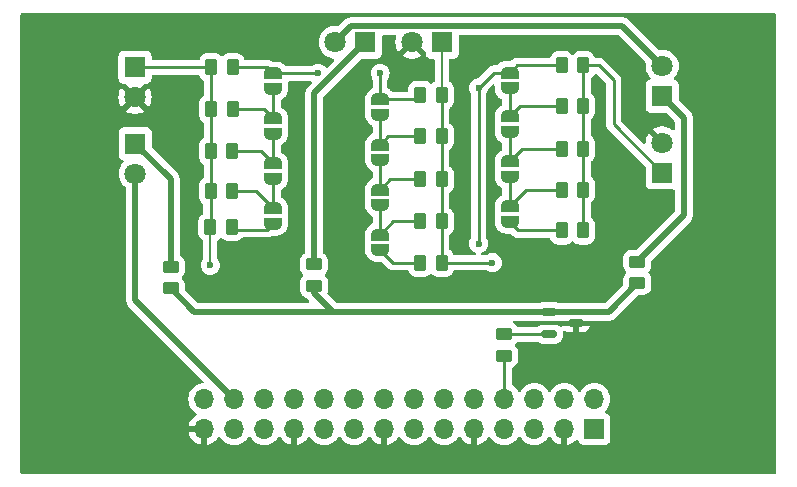
<source format=gbr>
%TF.GenerationSoftware,KiCad,Pcbnew,8.0.0*%
%TF.CreationDate,2024-03-23T10:43:55+02:00*%
%TF.ProjectId,Sensing systemV3,53656e73-696e-4672-9073-797374656d56,rev?*%
%TF.SameCoordinates,Original*%
%TF.FileFunction,Copper,L1,Top*%
%TF.FilePolarity,Positive*%
%FSLAX46Y46*%
G04 Gerber Fmt 4.6, Leading zero omitted, Abs format (unit mm)*
G04 Created by KiCad (PCBNEW 8.0.0) date 2024-03-23 10:43:55*
%MOMM*%
%LPD*%
G01*
G04 APERTURE LIST*
G04 Aperture macros list*
%AMRoundRect*
0 Rectangle with rounded corners*
0 $1 Rounding radius*
0 $2 $3 $4 $5 $6 $7 $8 $9 X,Y pos of 4 corners*
0 Add a 4 corners polygon primitive as box body*
4,1,4,$2,$3,$4,$5,$6,$7,$8,$9,$2,$3,0*
0 Add four circle primitives for the rounded corners*
1,1,$1+$1,$2,$3*
1,1,$1+$1,$4,$5*
1,1,$1+$1,$6,$7*
1,1,$1+$1,$8,$9*
0 Add four rect primitives between the rounded corners*
20,1,$1+$1,$2,$3,$4,$5,0*
20,1,$1+$1,$4,$5,$6,$7,0*
20,1,$1+$1,$6,$7,$8,$9,0*
20,1,$1+$1,$8,$9,$2,$3,0*%
%AMFreePoly0*
4,1,19,0.000000,0.744911,0.071157,0.744911,0.207708,0.704816,0.327430,0.627875,0.420627,0.520320,0.479746,0.390866,0.500000,0.250000,0.500000,-0.250000,0.479746,-0.390866,0.420627,-0.520320,0.327430,-0.627875,0.207708,-0.704816,0.071157,-0.744911,0.000000,-0.744911,0.000000,-0.750000,-0.500000,-0.750000,-0.500000,0.750000,0.000000,0.750000,0.000000,0.744911,0.000000,0.744911,
$1*%
%AMFreePoly1*
4,1,19,0.500000,-0.750000,0.000000,-0.750000,0.000000,-0.744911,-0.071157,-0.744911,-0.207708,-0.704816,-0.327430,-0.627875,-0.420627,-0.520320,-0.479746,-0.390866,-0.500000,-0.250000,-0.500000,0.250000,-0.479746,0.390866,-0.420627,0.520320,-0.327430,0.627875,-0.207708,0.704816,-0.071157,0.744911,0.000000,0.744911,0.000000,0.750000,0.500000,0.750000,0.500000,-0.750000,0.500000,-0.750000,
$1*%
G04 Aperture macros list end*
%TA.AperFunction,SMDPad,CuDef*%
%ADD10RoundRect,0.250000X0.262500X0.450000X-0.262500X0.450000X-0.262500X-0.450000X0.262500X-0.450000X0*%
%TD*%
%TA.AperFunction,SMDPad,CuDef*%
%ADD11RoundRect,0.250000X-0.450000X0.262500X-0.450000X-0.262500X0.450000X-0.262500X0.450000X0.262500X0*%
%TD*%
%TA.AperFunction,SMDPad,CuDef*%
%ADD12FreePoly0,270.000000*%
%TD*%
%TA.AperFunction,SMDPad,CuDef*%
%ADD13FreePoly1,270.000000*%
%TD*%
%TA.AperFunction,SMDPad,CuDef*%
%ADD14RoundRect,0.250000X-0.262500X-0.450000X0.262500X-0.450000X0.262500X0.450000X-0.262500X0.450000X0*%
%TD*%
%TA.AperFunction,ComponentPad*%
%ADD15R,1.800000X1.800000*%
%TD*%
%TA.AperFunction,ComponentPad*%
%ADD16C,1.800000*%
%TD*%
%TA.AperFunction,SMDPad,CuDef*%
%ADD17RoundRect,0.150000X-0.512500X-0.150000X0.512500X-0.150000X0.512500X0.150000X-0.512500X0.150000X0*%
%TD*%
%TA.AperFunction,SMDPad,CuDef*%
%ADD18RoundRect,0.250000X0.450000X-0.262500X0.450000X0.262500X-0.450000X0.262500X-0.450000X-0.262500X0*%
%TD*%
%TA.AperFunction,ComponentPad*%
%ADD19R,1.700000X1.700000*%
%TD*%
%TA.AperFunction,ComponentPad*%
%ADD20O,1.700000X1.700000*%
%TD*%
%TA.AperFunction,ViaPad*%
%ADD21C,0.600000*%
%TD*%
%TA.AperFunction,Conductor*%
%ADD22C,0.500000*%
%TD*%
%TA.AperFunction,Conductor*%
%ADD23C,0.250000*%
%TD*%
%TA.AperFunction,Conductor*%
%ADD24C,0.200000*%
%TD*%
G04 APERTURE END LIST*
D10*
%TO.P,R8,2*%
%TO.N,/PA7*%
X67870000Y-83980000D03*
%TO.P,R8,1*%
%TO.N,Net-(JP3-B)*%
X69695000Y-83980000D03*
%TD*%
D11*
%TO.P,R2,1*%
%TO.N,Net-(D2-K)*%
X76600000Y-90200000D03*
%TO.P,R2,2*%
%TO.N,Net-(Q1-C)*%
X76600000Y-92025000D03*
%TD*%
D12*
%TO.P,JP4,2,B*%
%TO.N,Net-(JP4-B)*%
X73152000Y-86750000D03*
D13*
%TO.P,JP4,1,A*%
%TO.N,Net-(JP3-B)*%
X73152000Y-85450000D03*
%TD*%
D12*
%TO.P,JP1,2,B*%
%TO.N,Net-(JP1-B)*%
X73152000Y-75320000D03*
D13*
%TO.P,JP1,1,A*%
%TO.N,3V3*%
X73152000Y-74020000D03*
%TD*%
D14*
%TO.P,R16,1*%
%TO.N,Net-(JP10-A)*%
X97574400Y-76803200D03*
%TO.P,R16,2*%
%TO.N,/PA4*%
X99399400Y-76803200D03*
%TD*%
%TO.P,R14,1*%
%TO.N,Net-(JP8-B)*%
X85600000Y-90050000D03*
%TO.P,R14,2*%
%TO.N,/PA3*%
X87425000Y-90050000D03*
%TD*%
D13*
%TO.P,JP12,1,A*%
%TO.N,Net-(JP11-B)*%
X93152900Y-85283200D03*
D12*
%TO.P,JP12,2,B*%
%TO.N,Net-(JP12-B)*%
X93152900Y-86583200D03*
%TD*%
D11*
%TO.P,R3,1*%
%TO.N,Net-(D3-K)*%
X103971400Y-89956800D03*
%TO.P,R3,2*%
%TO.N,Net-(Q1-C)*%
X103971400Y-91781800D03*
%TD*%
D12*
%TO.P,JP2,2,B*%
%TO.N,Net-(JP2-B)*%
X73152000Y-79130000D03*
D13*
%TO.P,JP2,1,A*%
%TO.N,Net-(JP1-B)*%
X73152000Y-77830000D03*
%TD*%
D11*
%TO.P,R1,1*%
%TO.N,Net-(D1-K)*%
X64464200Y-90398600D03*
%TO.P,R1,2*%
%TO.N,Net-(Q1-C)*%
X64464200Y-92223600D03*
%TD*%
D15*
%TO.P,D2,1,K*%
%TO.N,Net-(D2-K)*%
X80935000Y-71374000D03*
D16*
%TO.P,D2,2,A*%
%TO.N,BATT*%
X78395000Y-71374000D03*
%TD*%
D12*
%TO.P,JP3,2,B*%
%TO.N,Net-(JP3-B)*%
X73152000Y-82940000D03*
D13*
%TO.P,JP3,1,A*%
%TO.N,Net-(JP2-B)*%
X73152000Y-81640000D03*
%TD*%
%TO.P,JP10,1,A*%
%TO.N,Net-(JP10-A)*%
X93152900Y-77663200D03*
D12*
%TO.P,JP10,2,B*%
%TO.N,Net-(JP10-B)*%
X93152900Y-78963200D03*
%TD*%
D15*
%TO.P,D5,1,K*%
%TO.N,/PA3*%
X87440000Y-71378600D03*
D16*
%TO.P,D5,2,A*%
%TO.N,GND*%
X84900000Y-71378600D03*
%TD*%
D15*
%TO.P,D6,1,K*%
%TO.N,/PA4*%
X106070400Y-82438400D03*
D16*
%TO.P,D6,2,A*%
%TO.N,GND*%
X106070400Y-79898400D03*
%TD*%
D14*
%TO.P,R13,1*%
%TO.N,Net-(JP7-B)*%
X85600000Y-86556000D03*
%TO.P,R13,2*%
%TO.N,/PA3*%
X87425000Y-86556000D03*
%TD*%
%TO.P,R17,1*%
%TO.N,Net-(JP10-B)*%
X97574400Y-80399200D03*
%TO.P,R17,2*%
%TO.N,/PA4*%
X99399400Y-80399200D03*
%TD*%
D13*
%TO.P,JP8,1,A*%
%TO.N,Net-(JP7-B)*%
X82192600Y-87671000D03*
D12*
%TO.P,JP8,2,B*%
%TO.N,Net-(JP8-B)*%
X82192600Y-88971000D03*
%TD*%
D14*
%TO.P,R10,1*%
%TO.N,3V3*%
X85600000Y-75825000D03*
%TO.P,R10,2*%
%TO.N,/PA3*%
X87425000Y-75825000D03*
%TD*%
D13*
%TO.P,JP6,1,A*%
%TO.N,Net-(JP5-B)*%
X82192600Y-80051000D03*
D12*
%TO.P,JP6,2,B*%
%TO.N,Net-(JP6-B)*%
X82192600Y-81351000D03*
%TD*%
D14*
%TO.P,R15,1*%
%TO.N,3V3*%
X97574400Y-73345200D03*
%TO.P,R15,2*%
%TO.N,/PA4*%
X99399400Y-73345200D03*
%TD*%
D13*
%TO.P,JP5,1,A*%
%TO.N,3V3*%
X82192600Y-76211000D03*
D12*
%TO.P,JP5,2,B*%
%TO.N,Net-(JP5-B)*%
X82192600Y-77511000D03*
%TD*%
D10*
%TO.P,R9,2*%
%TO.N,/PA7*%
X67812000Y-87020000D03*
%TO.P,R9,1*%
%TO.N,Net-(JP4-B)*%
X69637000Y-87020000D03*
%TD*%
%TO.P,R6,2*%
%TO.N,/PA7*%
X67874000Y-77056000D03*
%TO.P,R6,1*%
%TO.N,Net-(JP1-B)*%
X69699000Y-77056000D03*
%TD*%
D17*
%TO.P,Q1,1,C*%
%TO.N,Net-(Q1-C)*%
X96520000Y-94200000D03*
%TO.P,Q1,2,B*%
%TO.N,Net-(Q1-B)*%
X96520000Y-96100000D03*
%TO.P,Q1,3,E*%
%TO.N,GND*%
X98795000Y-95150000D03*
%TD*%
D15*
%TO.P,D4,1,K*%
%TO.N,/PA7*%
X61441600Y-73507600D03*
D16*
%TO.P,D4,2,A*%
%TO.N,GND*%
X61441600Y-76047600D03*
%TD*%
D13*
%TO.P,JP9,1,A*%
%TO.N,3V3*%
X93152900Y-73965200D03*
D12*
%TO.P,JP9,2,B*%
%TO.N,Net-(JP10-A)*%
X93152900Y-75265200D03*
%TD*%
D14*
%TO.P,R18,1*%
%TO.N,Net-(JP11-B)*%
X97574400Y-83857200D03*
%TO.P,R18,2*%
%TO.N,/PA4*%
X99399400Y-83857200D03*
%TD*%
D13*
%TO.P,JP11,1,A*%
%TO.N,Net-(JP10-B)*%
X93152900Y-81473200D03*
D12*
%TO.P,JP11,2,B*%
%TO.N,Net-(JP11-B)*%
X93152900Y-82773200D03*
%TD*%
D14*
%TO.P,R11,1*%
%TO.N,Net-(JP5-B)*%
X85600000Y-79350000D03*
%TO.P,R11,2*%
%TO.N,/PA3*%
X87425000Y-79350000D03*
%TD*%
%TO.P,R12,1*%
%TO.N,Net-(JP6-B)*%
X85600000Y-83000000D03*
%TO.P,R12,2*%
%TO.N,/PA3*%
X87425000Y-83000000D03*
%TD*%
D13*
%TO.P,JP7,1,A*%
%TO.N,Net-(JP6-B)*%
X82192600Y-83861000D03*
D12*
%TO.P,JP7,2,B*%
%TO.N,Net-(JP7-B)*%
X82192600Y-85161000D03*
%TD*%
D18*
%TO.P,R4,1*%
%TO.N,/PE15*%
X92700000Y-97925000D03*
%TO.P,R4,2*%
%TO.N,Net-(Q1-B)*%
X92700000Y-96100000D03*
%TD*%
D14*
%TO.P,R19,1*%
%TO.N,Net-(JP12-B)*%
X97574400Y-87315200D03*
%TO.P,R19,2*%
%TO.N,/PA4*%
X99399400Y-87315200D03*
%TD*%
D10*
%TO.P,R7,2*%
%TO.N,/PA7*%
X67870000Y-80612000D03*
%TO.P,R7,1*%
%TO.N,Net-(JP2-B)*%
X69695000Y-80612000D03*
%TD*%
%TO.P,R5,2*%
%TO.N,/PA7*%
X67874000Y-73500000D03*
%TO.P,R5,1*%
%TO.N,3V3*%
X69699000Y-73500000D03*
%TD*%
D15*
%TO.P,D1,1,K*%
%TO.N,Net-(D1-K)*%
X61468000Y-79972000D03*
D16*
%TO.P,D1,2,A*%
%TO.N,BATT*%
X61468000Y-82512000D03*
%TD*%
D15*
%TO.P,D3,1,K*%
%TO.N,Net-(D3-K)*%
X106078400Y-75939800D03*
D16*
%TO.P,D3,2,A*%
%TO.N,BATT*%
X106078400Y-73399800D03*
%TD*%
D19*
%TO.P,J1,1,Pin_1*%
%TO.N,/RESV3*%
X100330000Y-104140000D03*
D20*
%TO.P,J1,2,Pin_2*%
%TO.N,3V3*%
X100330000Y-101600000D03*
%TO.P,J1,3,Pin_3*%
%TO.N,GND*%
X97790000Y-104140000D03*
%TO.P,J1,4,Pin_4*%
%TO.N,BATT*%
X97790000Y-101600000D03*
%TO.P,J1,5,Pin_5*%
%TO.N,/PA3*%
X95250000Y-104140000D03*
%TO.P,J1,6,Pin_6*%
%TO.N,/RESV2*%
X95250000Y-101600000D03*
%TO.P,J1,7,Pin_7*%
%TO.N,/PA4*%
X92710000Y-104140000D03*
%TO.P,J1,8,Pin_8*%
%TO.N,/PE15*%
X92710000Y-101600000D03*
%TO.P,J1,9,Pin_9*%
%TO.N,GND*%
X90170000Y-104140000D03*
%TO.P,J1,10,Pin_10*%
%TO.N,/PE14*%
X90170000Y-101600000D03*
%TO.P,J1,11,Pin_11*%
%TO.N,/PA5*%
X87630000Y-104140000D03*
%TO.P,J1,12,Pin_12*%
%TO.N,/PE13*%
X87630000Y-101600000D03*
%TO.P,J1,13,Pin_13*%
%TO.N,/PA6*%
X85090000Y-104140000D03*
%TO.P,J1,14,Pin_14*%
%TO.N,/PE12*%
X85090000Y-101600000D03*
%TO.P,J1,15,Pin_15*%
%TO.N,GND*%
X82550000Y-104140000D03*
%TO.P,J1,16,Pin_16*%
%TO.N,/PE11*%
X82550000Y-101600000D03*
%TO.P,J1,17,Pin_17*%
%TO.N,/PA7*%
X80010000Y-104140000D03*
%TO.P,J1,18,Pin_18*%
%TO.N,/PE10*%
X80010000Y-101600000D03*
%TO.P,J1,19,Pin_19*%
%TO.N,/PC4*%
X77470000Y-104140000D03*
%TO.P,J1,20,Pin_20*%
%TO.N,/PE9*%
X77470000Y-101600000D03*
%TO.P,J1,21,Pin_21*%
%TO.N,GND*%
X74930000Y-104140000D03*
%TO.P,J1,22,Pin_22*%
%TO.N,/PE8*%
X74930000Y-101600000D03*
%TO.P,J1,23,Pin_23*%
%TO.N,/PC5*%
X72390000Y-104140000D03*
%TO.P,J1,24,Pin_24*%
%TO.N,/RESV1*%
X72390000Y-101600000D03*
%TO.P,J1,25,Pin_25*%
%TO.N,/AB0*%
X69850000Y-104140000D03*
%TO.P,J1,26,Pin_26*%
%TO.N,BATT*%
X69850000Y-101600000D03*
%TO.P,J1,27,Pin_27*%
%TO.N,GND*%
X67310000Y-104140000D03*
%TO.P,J1,28,Pin_28*%
%TO.N,3V3*%
X67310000Y-101600000D03*
%TD*%
D21*
%TO.N,3V3*%
X82194400Y-74015600D03*
X90538400Y-75239200D03*
X90538400Y-88429200D03*
%TO.N,/PA7*%
X67818000Y-90271600D03*
%TO.N,/PA3*%
X91710000Y-90050000D03*
%TO.N,3V3*%
X76962000Y-74015600D03*
%TD*%
D22*
%TO.N,Net-(D1-K)*%
X64465200Y-82969200D02*
X64465200Y-90397600D01*
X64465200Y-90397600D02*
X64464200Y-90398600D01*
X61468000Y-79972000D02*
X64465200Y-82969200D01*
D23*
%TO.N,3V3*%
X82192600Y-74017400D02*
X82194400Y-74015600D01*
X82192600Y-76211000D02*
X82192600Y-74017400D01*
X76957600Y-74020000D02*
X73152000Y-74020000D01*
X76962000Y-74015600D02*
X76957600Y-74020000D01*
D24*
%TO.N,/PA7*%
X67812000Y-88336000D02*
X67812000Y-87020000D01*
X67818000Y-88342000D02*
X67812000Y-88336000D01*
X67818000Y-90271600D02*
X67818000Y-88342000D01*
D23*
%TO.N,/PA3*%
X87425000Y-90050000D02*
X91710000Y-90050000D01*
%TO.N,/PA4*%
X101955600Y-78323600D02*
X106070400Y-82438400D01*
X100726400Y-73345200D02*
X101955600Y-74574400D01*
X101955600Y-74574400D02*
X101955600Y-78323600D01*
X99399400Y-73345200D02*
X100726400Y-73345200D01*
D22*
%TO.N,Net-(D3-K)*%
X107899200Y-86029000D02*
X107899200Y-77760600D01*
X107899200Y-77760600D02*
X106078400Y-75939800D01*
X103971400Y-89956800D02*
X107899200Y-86029000D01*
%TO.N,BATT*%
X79745000Y-70024000D02*
X78395000Y-71374000D01*
X102702600Y-70024000D02*
X79745000Y-70024000D01*
X106078400Y-73399800D02*
X102702600Y-70024000D01*
%TO.N,Net-(Q1-C)*%
X101553200Y-94200000D02*
X103971400Y-91781800D01*
X96520000Y-94200000D02*
X101553200Y-94200000D01*
D23*
%TO.N,3V3*%
X90538400Y-75239200D02*
X90538400Y-75250200D01*
%TO.N,/PA7*%
X61449200Y-73500000D02*
X61441600Y-73507600D01*
X67874000Y-73500000D02*
X61449200Y-73500000D01*
D22*
%TO.N,Net-(Q1-C)*%
X66440600Y-94200000D02*
X78200000Y-94200000D01*
%TO.N,BATT*%
X61467000Y-82513000D02*
X61467000Y-93217000D01*
X61467000Y-93217000D02*
X69850000Y-101600000D01*
X61468000Y-82512000D02*
X61467000Y-82513000D01*
%TO.N,Net-(D2-K)*%
X76600000Y-75709000D02*
X76600000Y-90200000D01*
X80935000Y-71374000D02*
X76600000Y-75709000D01*
D23*
%TO.N,/PA4*%
X99399400Y-83857200D02*
X99399400Y-80399200D01*
X99399400Y-80399200D02*
X99399400Y-76803200D01*
X99399400Y-87315200D02*
X99399400Y-83857200D01*
X99399400Y-76803200D02*
X99399400Y-73345200D01*
%TO.N,3V3*%
X97574400Y-73345200D02*
X93772900Y-73345200D01*
X91823400Y-73965200D02*
X93152900Y-73965200D01*
X72632000Y-73500000D02*
X73152000Y-74020000D01*
X93772900Y-73345200D02*
X93152900Y-73965200D01*
X85214000Y-76211000D02*
X85600000Y-75825000D01*
X90538400Y-88429200D02*
X90538400Y-75250200D01*
X82192600Y-76211000D02*
X85214000Y-76211000D01*
X69699000Y-73500000D02*
X72632000Y-73500000D01*
X90538400Y-75250200D02*
X91823400Y-73965200D01*
%TO.N,/PA3*%
X87425000Y-90050000D02*
X87425000Y-86556000D01*
X87425000Y-79350000D02*
X87425000Y-83000000D01*
X87425000Y-75825000D02*
X87425000Y-79350000D01*
D24*
X87440000Y-75810000D02*
X87425000Y-75825000D01*
D23*
X87425000Y-83000000D02*
X87425000Y-86556000D01*
D24*
X87440000Y-71378600D02*
X87440000Y-75810000D01*
D23*
%TO.N,/PA7*%
X67874000Y-73500000D02*
X67874000Y-77056000D01*
X67874000Y-77500000D02*
X67870000Y-77504000D01*
X67865000Y-83985000D02*
X67870000Y-83980000D01*
X67870000Y-83980000D02*
X67870000Y-80612000D01*
X67874000Y-77056000D02*
X67874000Y-77500000D01*
X67870000Y-77504000D02*
X67870000Y-80612000D01*
X67865000Y-87250000D02*
X67865000Y-83985000D01*
X67866400Y-73507600D02*
X67874000Y-73500000D01*
%TO.N,/PE8*%
X74900000Y-101570000D02*
X74930000Y-101600000D01*
%TO.N,/PE15*%
X92710000Y-101600000D02*
X92710000Y-97935000D01*
X92710000Y-97935000D02*
X92700000Y-97925000D01*
%TO.N,Net-(JP1-B)*%
X73152000Y-75320000D02*
X73152000Y-77830000D01*
X69699000Y-77056000D02*
X72378000Y-77056000D01*
X72378000Y-77056000D02*
X73152000Y-77830000D01*
%TO.N,Net-(JP2-B)*%
X72124000Y-80612000D02*
X73152000Y-81640000D01*
X73152000Y-79130000D02*
X73152000Y-81640000D01*
X69695000Y-80612000D02*
X72124000Y-80612000D01*
%TO.N,Net-(JP3-B)*%
X73152000Y-82940000D02*
X73152000Y-85450000D01*
X69695000Y-83980000D02*
X71682000Y-83980000D01*
X71682000Y-83980000D02*
X73152000Y-85450000D01*
%TO.N,Net-(JP4-B)*%
X72652000Y-87250000D02*
X69690000Y-87250000D01*
X73152000Y-86750000D02*
X72652000Y-87250000D01*
%TO.N,Net-(JP6-B)*%
X83053600Y-83000000D02*
X82192600Y-83861000D01*
X85600000Y-83000000D02*
X83053600Y-83000000D01*
X82192600Y-81351000D02*
X82192600Y-83861000D01*
%TO.N,Net-(JP7-B)*%
X83307600Y-86556000D02*
X82192600Y-87671000D01*
X82192600Y-85161000D02*
X82192600Y-87671000D01*
X85600000Y-86556000D02*
X83307600Y-86556000D01*
D22*
%TO.N,Net-(Q1-C)*%
X76600000Y-92600000D02*
X78200000Y-94200000D01*
X96520000Y-94200000D02*
X78600000Y-94200000D01*
X66440600Y-94200000D02*
X64464200Y-92223600D01*
X78600000Y-94200000D02*
X78200000Y-94200000D01*
X76600000Y-92025000D02*
X76600000Y-92600000D01*
D23*
%TO.N,Net-(Q1-B)*%
X92700000Y-96100000D02*
X96562500Y-96100000D01*
%TO.N,Net-(JP5-B)*%
X82893600Y-79350000D02*
X82192600Y-80051000D01*
X85600000Y-79350000D02*
X82893600Y-79350000D01*
X82192600Y-77511000D02*
X82192600Y-80051000D01*
%TO.N,Net-(JP8-B)*%
X83271600Y-90050000D02*
X82192600Y-88971000D01*
X85600000Y-90050000D02*
X83271600Y-90050000D01*
%TO.N,Net-(JP10-A)*%
X97574400Y-76803200D02*
X94012900Y-76803200D01*
X94012900Y-76803200D02*
X93152900Y-77663200D01*
X93152900Y-75265200D02*
X93152900Y-77663200D01*
%TO.N,Net-(JP10-B)*%
X97574400Y-80399200D02*
X94226900Y-80399200D01*
X94226900Y-80399200D02*
X93152900Y-81473200D01*
X93152900Y-78963200D02*
X93152900Y-81473200D01*
%TO.N,Net-(JP11-B)*%
X97574400Y-83857200D02*
X94578900Y-83857200D01*
X94578900Y-83857200D02*
X93152900Y-85283200D01*
X93152900Y-82773200D02*
X93152900Y-85283200D01*
%TO.N,Net-(JP12-B)*%
X97574400Y-87315200D02*
X93884900Y-87315200D01*
X93884900Y-87315200D02*
X93152900Y-86583200D01*
%TD*%
%TA.AperFunction,Conductor*%
%TO.N,GND*%
G36*
X83516511Y-70794185D02*
G01*
X83562266Y-70846989D01*
X83572210Y-70916147D01*
X83569678Y-70928940D01*
X83514361Y-71147381D01*
X83495202Y-71378594D01*
X83495202Y-71378605D01*
X83514361Y-71609818D01*
X83571317Y-71834735D01*
X83664515Y-72047206D01*
X83748812Y-72176232D01*
X84457861Y-71467183D01*
X84480667Y-71552294D01*
X84539910Y-71654906D01*
X84623694Y-71738690D01*
X84726306Y-71797933D01*
X84811414Y-71820738D01*
X84101201Y-72530951D01*
X84131649Y-72554650D01*
X84335697Y-72665076D01*
X84335706Y-72665079D01*
X84555139Y-72740411D01*
X84783993Y-72778600D01*
X85016007Y-72778600D01*
X85244860Y-72740411D01*
X85464293Y-72665079D01*
X85464301Y-72665076D01*
X85668355Y-72554647D01*
X85698797Y-72530951D01*
X85698798Y-72530950D01*
X84988585Y-71820737D01*
X85073694Y-71797933D01*
X85176306Y-71738690D01*
X85260090Y-71654906D01*
X85319333Y-71552294D01*
X85342138Y-71467184D01*
X86003181Y-72128227D01*
X86036666Y-72189550D01*
X86039500Y-72215907D01*
X86039500Y-72326469D01*
X86039501Y-72326476D01*
X86045908Y-72386083D01*
X86096202Y-72520928D01*
X86096206Y-72520935D01*
X86182452Y-72636144D01*
X86182455Y-72636147D01*
X86297664Y-72722393D01*
X86297671Y-72722397D01*
X86334942Y-72736298D01*
X86432517Y-72772691D01*
X86492127Y-72779100D01*
X86715500Y-72779099D01*
X86782539Y-72798783D01*
X86828294Y-72851587D01*
X86839500Y-72903099D01*
X86839500Y-74623239D01*
X86819815Y-74690278D01*
X86780597Y-74728777D01*
X86693847Y-74782285D01*
X86693843Y-74782288D01*
X86600181Y-74875951D01*
X86538858Y-74909436D01*
X86469166Y-74904452D01*
X86424819Y-74875951D01*
X86331157Y-74782289D01*
X86331156Y-74782288D01*
X86186818Y-74693260D01*
X86181836Y-74690187D01*
X86181831Y-74690185D01*
X86157891Y-74682252D01*
X86015297Y-74635001D01*
X86015295Y-74635000D01*
X85912510Y-74624500D01*
X85287498Y-74624500D01*
X85287480Y-74624501D01*
X85184703Y-74635000D01*
X85184700Y-74635001D01*
X85018168Y-74690185D01*
X85018163Y-74690187D01*
X84868842Y-74782289D01*
X84744789Y-74906342D01*
X84652687Y-75055663D01*
X84652685Y-75055668D01*
X84646229Y-75075151D01*
X84597501Y-75222203D01*
X84597501Y-75222204D01*
X84597500Y-75222204D01*
X84587000Y-75324983D01*
X84587000Y-75461500D01*
X84567315Y-75528539D01*
X84514511Y-75574294D01*
X84463000Y-75585500D01*
X83287694Y-75585500D01*
X83220655Y-75565815D01*
X83193982Y-75542704D01*
X83190547Y-75538740D01*
X83155391Y-75498168D01*
X83046735Y-75404018D01*
X83046732Y-75404015D01*
X83007791Y-75378990D01*
X82925694Y-75326230D01*
X82925687Y-75326227D01*
X82925681Y-75326223D01*
X82890588Y-75310197D01*
X82837784Y-75264442D01*
X82818100Y-75197403D01*
X82818100Y-74563319D01*
X82837106Y-74497347D01*
X82847997Y-74480014D01*
X82920189Y-74365122D01*
X82979768Y-74194855D01*
X82979769Y-74194849D01*
X82999965Y-74015603D01*
X82999965Y-74015596D01*
X82979769Y-73836350D01*
X82979768Y-73836345D01*
X82920188Y-73666076D01*
X82834924Y-73530380D01*
X82824216Y-73513338D01*
X82696662Y-73385784D01*
X82679205Y-73374815D01*
X82543923Y-73289811D01*
X82373654Y-73230231D01*
X82373649Y-73230230D01*
X82194404Y-73210035D01*
X82194396Y-73210035D01*
X82015150Y-73230230D01*
X82015145Y-73230231D01*
X81844876Y-73289811D01*
X81692137Y-73385784D01*
X81564584Y-73513337D01*
X81468611Y-73666076D01*
X81409031Y-73836345D01*
X81409030Y-73836350D01*
X81388835Y-74015596D01*
X81388835Y-74015603D01*
X81409030Y-74194849D01*
X81409031Y-74194854D01*
X81468611Y-74365123D01*
X81548094Y-74491618D01*
X81567100Y-74557590D01*
X81567100Y-75197403D01*
X81547415Y-75264442D01*
X81494612Y-75310197D01*
X81459518Y-75326223D01*
X81459508Y-75326228D01*
X81459506Y-75326230D01*
X81425853Y-75347857D01*
X81338467Y-75404015D01*
X81338463Y-75404018D01*
X81229826Y-75498152D01*
X81229807Y-75498169D01*
X81229806Y-75498171D01*
X81135585Y-75606909D01*
X81135583Y-75606911D01*
X81135583Y-75606912D01*
X81135581Y-75606915D01*
X81057855Y-75727857D01*
X81057852Y-75727863D01*
X80998083Y-75858741D01*
X80957577Y-75996691D01*
X80957574Y-75996703D01*
X80937100Y-76139110D01*
X80937100Y-76711002D01*
X80942244Y-76782939D01*
X80953203Y-76820262D01*
X80956963Y-76872841D01*
X80937100Y-77010998D01*
X80937100Y-77582889D01*
X80957574Y-77725296D01*
X80957576Y-77725304D01*
X80998083Y-77863259D01*
X81019922Y-77911080D01*
X81057852Y-77994136D01*
X81057853Y-77994138D01*
X81131976Y-78109476D01*
X81132796Y-78110917D01*
X81135588Y-78115098D01*
X81229807Y-78223830D01*
X81229810Y-78223833D01*
X81338464Y-78317981D01*
X81338467Y-78317984D01*
X81338469Y-78317985D01*
X81338470Y-78317986D01*
X81459506Y-78395770D01*
X81494610Y-78411801D01*
X81547415Y-78457556D01*
X81567100Y-78524595D01*
X81567100Y-79037403D01*
X81547415Y-79104442D01*
X81494612Y-79150197D01*
X81459518Y-79166223D01*
X81459508Y-79166228D01*
X81459506Y-79166230D01*
X81441976Y-79177496D01*
X81338467Y-79244015D01*
X81338463Y-79244018D01*
X81229826Y-79338152D01*
X81229807Y-79338169D01*
X81229806Y-79338171D01*
X81135585Y-79446909D01*
X81135583Y-79446911D01*
X81135583Y-79446912D01*
X81135581Y-79446915D01*
X81057855Y-79567857D01*
X81057852Y-79567863D01*
X80998083Y-79698741D01*
X80957577Y-79836691D01*
X80957574Y-79836703D01*
X80937100Y-79979110D01*
X80937100Y-80551002D01*
X80942244Y-80622939D01*
X80953203Y-80660262D01*
X80956963Y-80712841D01*
X80937100Y-80850998D01*
X80937100Y-81422889D01*
X80957574Y-81565296D01*
X80957577Y-81565308D01*
X80972676Y-81616730D01*
X80983828Y-81654712D01*
X80998083Y-81703258D01*
X81057852Y-81834136D01*
X81057853Y-81834138D01*
X81131976Y-81949476D01*
X81132796Y-81950917D01*
X81135588Y-81955098D01*
X81229807Y-82063830D01*
X81229810Y-82063833D01*
X81338464Y-82157981D01*
X81338467Y-82157984D01*
X81338469Y-82157985D01*
X81338470Y-82157986D01*
X81459506Y-82235770D01*
X81494610Y-82251801D01*
X81547415Y-82297556D01*
X81567100Y-82364595D01*
X81567100Y-82847403D01*
X81547415Y-82914442D01*
X81494612Y-82960197D01*
X81459518Y-82976223D01*
X81459508Y-82976228D01*
X81459506Y-82976230D01*
X81441976Y-82987496D01*
X81338467Y-83054015D01*
X81338463Y-83054018D01*
X81229826Y-83148152D01*
X81229807Y-83148169D01*
X81229806Y-83148171D01*
X81135585Y-83256909D01*
X81135583Y-83256911D01*
X81135583Y-83256912D01*
X81135581Y-83256915D01*
X81057855Y-83377857D01*
X81057852Y-83377863D01*
X80998083Y-83508741D01*
X80957577Y-83646691D01*
X80957574Y-83646703D01*
X80937100Y-83789110D01*
X80937100Y-84361002D01*
X80942244Y-84432939D01*
X80953203Y-84470262D01*
X80956963Y-84522841D01*
X80937100Y-84660998D01*
X80937100Y-85232889D01*
X80957574Y-85375296D01*
X80957576Y-85375304D01*
X80998083Y-85513259D01*
X80998097Y-85513289D01*
X81057852Y-85644136D01*
X81057853Y-85644138D01*
X81131976Y-85759476D01*
X81132796Y-85760917D01*
X81135588Y-85765098D01*
X81229807Y-85873830D01*
X81229810Y-85873833D01*
X81338464Y-85967981D01*
X81338467Y-85967984D01*
X81338469Y-85967985D01*
X81338470Y-85967986D01*
X81459506Y-86045770D01*
X81494610Y-86061801D01*
X81547415Y-86107556D01*
X81567100Y-86174595D01*
X81567100Y-86657403D01*
X81547415Y-86724442D01*
X81494612Y-86770197D01*
X81459518Y-86786223D01*
X81459508Y-86786228D01*
X81459506Y-86786230D01*
X81441976Y-86797496D01*
X81338467Y-86864015D01*
X81338463Y-86864018D01*
X81229826Y-86958152D01*
X81229807Y-86958169D01*
X81229806Y-86958171D01*
X81135585Y-87066909D01*
X81135583Y-87066911D01*
X81135583Y-87066912D01*
X81135581Y-87066915D01*
X81057855Y-87187857D01*
X81057852Y-87187863D01*
X80998083Y-87318741D01*
X80957577Y-87456691D01*
X80957574Y-87456703D01*
X80937100Y-87599110D01*
X80937100Y-88171002D01*
X80942244Y-88242939D01*
X80953203Y-88280262D01*
X80956963Y-88332841D01*
X80937100Y-88470998D01*
X80937100Y-89042889D01*
X80957574Y-89185296D01*
X80957575Y-89185300D01*
X80957576Y-89185304D01*
X80998083Y-89323259D01*
X81011214Y-89352011D01*
X81057852Y-89454136D01*
X81057853Y-89454138D01*
X81131976Y-89569476D01*
X81132796Y-89570917D01*
X81135588Y-89575098D01*
X81229807Y-89683830D01*
X81229810Y-89683833D01*
X81338464Y-89777981D01*
X81338467Y-89777984D01*
X81338469Y-89777985D01*
X81338470Y-89777986D01*
X81459506Y-89855770D01*
X81459514Y-89855774D01*
X81459523Y-89855779D01*
X81584242Y-89912736D01*
X81588541Y-89914985D01*
X81590292Y-89915499D01*
X81728344Y-89956035D01*
X81728345Y-89956035D01*
X81728348Y-89956036D01*
X81770783Y-89962136D01*
X81870659Y-89976497D01*
X81926999Y-89976497D01*
X81927009Y-89976500D01*
X81978364Y-89976500D01*
X82262147Y-89976500D01*
X82329186Y-89996185D01*
X82349828Y-90012819D01*
X82785741Y-90448732D01*
X82785742Y-90448733D01*
X82872867Y-90535858D01*
X82902256Y-90555495D01*
X82975314Y-90604311D01*
X83089148Y-90651463D01*
X83209988Y-90675499D01*
X83209992Y-90675500D01*
X83209993Y-90675500D01*
X83209994Y-90675500D01*
X84515483Y-90675500D01*
X84582522Y-90695185D01*
X84628277Y-90747989D01*
X84633186Y-90760489D01*
X84650885Y-90813899D01*
X84652686Y-90819333D01*
X84652687Y-90819336D01*
X84662576Y-90835368D01*
X84744788Y-90968656D01*
X84868844Y-91092712D01*
X85018166Y-91184814D01*
X85184703Y-91239999D01*
X85287491Y-91250500D01*
X85912508Y-91250499D01*
X85912516Y-91250498D01*
X85912519Y-91250498D01*
X85968802Y-91244748D01*
X86015297Y-91239999D01*
X86181834Y-91184814D01*
X86331156Y-91092712D01*
X86424819Y-90999049D01*
X86486142Y-90965564D01*
X86555834Y-90970548D01*
X86600181Y-90999049D01*
X86693844Y-91092712D01*
X86843166Y-91184814D01*
X87009703Y-91239999D01*
X87112491Y-91250500D01*
X87737508Y-91250499D01*
X87737516Y-91250498D01*
X87737519Y-91250498D01*
X87793802Y-91244748D01*
X87840297Y-91239999D01*
X88006834Y-91184814D01*
X88156156Y-91092712D01*
X88280212Y-90968656D01*
X88372314Y-90819334D01*
X88391811Y-90760493D01*
X88431584Y-90703051D01*
X88496100Y-90676228D01*
X88509517Y-90675500D01*
X91165145Y-90675500D01*
X91231117Y-90694506D01*
X91336137Y-90760495D01*
X91360478Y-90775789D01*
X91484928Y-90819336D01*
X91530745Y-90835368D01*
X91530750Y-90835369D01*
X91709996Y-90855565D01*
X91710000Y-90855565D01*
X91710004Y-90855565D01*
X91889249Y-90835369D01*
X91889252Y-90835368D01*
X91889255Y-90835368D01*
X92059522Y-90775789D01*
X92212262Y-90679816D01*
X92339816Y-90552262D01*
X92435789Y-90399522D01*
X92495368Y-90229255D01*
X92495369Y-90229249D01*
X92515565Y-90050003D01*
X92515565Y-90049996D01*
X92495369Y-89870750D01*
X92495368Y-89870745D01*
X92490127Y-89855768D01*
X92435789Y-89700478D01*
X92428694Y-89689187D01*
X92357007Y-89575098D01*
X92339816Y-89547738D01*
X92212262Y-89420184D01*
X92188883Y-89405494D01*
X92059523Y-89324211D01*
X91889254Y-89264631D01*
X91889249Y-89264630D01*
X91710004Y-89244435D01*
X91709996Y-89244435D01*
X91530750Y-89264630D01*
X91530745Y-89264631D01*
X91360476Y-89324211D01*
X91231117Y-89405494D01*
X91165145Y-89424500D01*
X90847517Y-89424500D01*
X90780478Y-89404815D01*
X90734723Y-89352011D01*
X90724779Y-89282853D01*
X90753804Y-89219297D01*
X90806563Y-89183458D01*
X90840833Y-89171465D01*
X90887922Y-89154989D01*
X91040662Y-89059016D01*
X91168216Y-88931462D01*
X91264189Y-88778722D01*
X91323768Y-88608455D01*
X91335402Y-88505198D01*
X91343965Y-88429203D01*
X91343965Y-88429196D01*
X91323769Y-88249950D01*
X91323768Y-88249945D01*
X91290480Y-88154814D01*
X91264189Y-88079678D01*
X91253527Y-88062710D01*
X91182906Y-87950317D01*
X91163900Y-87884345D01*
X91163900Y-75784054D01*
X91182907Y-75718081D01*
X91264189Y-75588722D01*
X91323768Y-75418455D01*
X91327675Y-75383772D01*
X91354739Y-75319361D01*
X91363204Y-75309984D01*
X91685720Y-74987469D01*
X91747042Y-74953985D01*
X91816734Y-74958969D01*
X91872667Y-75000841D01*
X91897084Y-75066305D01*
X91897400Y-75075151D01*
X91897400Y-75337089D01*
X91917874Y-75479496D01*
X91917877Y-75479508D01*
X91923357Y-75498171D01*
X91958383Y-75617459D01*
X91963319Y-75628267D01*
X92018152Y-75748336D01*
X92018153Y-75748338D01*
X92092276Y-75863676D01*
X92093096Y-75865117D01*
X92095888Y-75869298D01*
X92190107Y-75978030D01*
X92190110Y-75978033D01*
X92298764Y-76072181D01*
X92298767Y-76072184D01*
X92298769Y-76072185D01*
X92298770Y-76072186D01*
X92419806Y-76149970D01*
X92454910Y-76166001D01*
X92507715Y-76211756D01*
X92527400Y-76278795D01*
X92527400Y-76649603D01*
X92507715Y-76716642D01*
X92454912Y-76762397D01*
X92419818Y-76778423D01*
X92419808Y-76778428D01*
X92419806Y-76778430D01*
X92386153Y-76800057D01*
X92298767Y-76856215D01*
X92298763Y-76856218D01*
X92190126Y-76950352D01*
X92190107Y-76950369D01*
X92190106Y-76950371D01*
X92095885Y-77059109D01*
X92095883Y-77059111D01*
X92095883Y-77059112D01*
X92095881Y-77059115D01*
X92018155Y-77180057D01*
X92018152Y-77180063D01*
X91958383Y-77310941D01*
X91917877Y-77448891D01*
X91917874Y-77448903D01*
X91897400Y-77591310D01*
X91897400Y-78163202D01*
X91902544Y-78235139D01*
X91913503Y-78272462D01*
X91917263Y-78325041D01*
X91897400Y-78463198D01*
X91897400Y-79035089D01*
X91917874Y-79177496D01*
X91917876Y-79177504D01*
X91958383Y-79315459D01*
X91971556Y-79344304D01*
X92018152Y-79446336D01*
X92018153Y-79446338D01*
X92092276Y-79561676D01*
X92093096Y-79563117D01*
X92095888Y-79567298D01*
X92190107Y-79676030D01*
X92190110Y-79676033D01*
X92298764Y-79770181D01*
X92298767Y-79770184D01*
X92298769Y-79770185D01*
X92298770Y-79770186D01*
X92419806Y-79847970D01*
X92454910Y-79864001D01*
X92507715Y-79909756D01*
X92527400Y-79976795D01*
X92527400Y-80459603D01*
X92507715Y-80526642D01*
X92454912Y-80572397D01*
X92419818Y-80588423D01*
X92419808Y-80588428D01*
X92419806Y-80588430D01*
X92386153Y-80610057D01*
X92298767Y-80666215D01*
X92298763Y-80666218D01*
X92190126Y-80760352D01*
X92190107Y-80760369D01*
X92190106Y-80760371D01*
X92095885Y-80869109D01*
X92095883Y-80869111D01*
X92095883Y-80869112D01*
X92095881Y-80869115D01*
X92018155Y-80990057D01*
X92018152Y-80990063D01*
X91958383Y-81120941D01*
X91917877Y-81258891D01*
X91917874Y-81258903D01*
X91897400Y-81401310D01*
X91897400Y-81973202D01*
X91902544Y-82045139D01*
X91913503Y-82082462D01*
X91917263Y-82135041D01*
X91897400Y-82273198D01*
X91897400Y-82845089D01*
X91917874Y-82987496D01*
X91917876Y-82987504D01*
X91958383Y-83125459D01*
X91971556Y-83154304D01*
X92018152Y-83256336D01*
X92018153Y-83256338D01*
X92092276Y-83371676D01*
X92093096Y-83373117D01*
X92095888Y-83377298D01*
X92190107Y-83486030D01*
X92190110Y-83486033D01*
X92298764Y-83580181D01*
X92298767Y-83580184D01*
X92298769Y-83580185D01*
X92298770Y-83580186D01*
X92419806Y-83657970D01*
X92454910Y-83674001D01*
X92507715Y-83719756D01*
X92527400Y-83786795D01*
X92527400Y-84269603D01*
X92507715Y-84336642D01*
X92454912Y-84382397D01*
X92419818Y-84398423D01*
X92419808Y-84398428D01*
X92419806Y-84398430D01*
X92386153Y-84420057D01*
X92298767Y-84476215D01*
X92298763Y-84476218D01*
X92190126Y-84570352D01*
X92190107Y-84570369D01*
X92190106Y-84570371D01*
X92095885Y-84679109D01*
X92095883Y-84679111D01*
X92095883Y-84679112D01*
X92095881Y-84679115D01*
X92018155Y-84800057D01*
X92018152Y-84800063D01*
X91958383Y-84930941D01*
X91917877Y-85068891D01*
X91917874Y-85068903D01*
X91897400Y-85211310D01*
X91897400Y-85783202D01*
X91902544Y-85855139D01*
X91913503Y-85892462D01*
X91917263Y-85945041D01*
X91897400Y-86083198D01*
X91897400Y-86655089D01*
X91917874Y-86797496D01*
X91917876Y-86797504D01*
X91958383Y-86935459D01*
X91971556Y-86964304D01*
X92018152Y-87066336D01*
X92018153Y-87066338D01*
X92092276Y-87181676D01*
X92093096Y-87183117D01*
X92095888Y-87187298D01*
X92190107Y-87296030D01*
X92190110Y-87296033D01*
X92298764Y-87390181D01*
X92298767Y-87390184D01*
X92298769Y-87390185D01*
X92298770Y-87390186D01*
X92419806Y-87467970D01*
X92419814Y-87467974D01*
X92419823Y-87467979D01*
X92544542Y-87524936D01*
X92548841Y-87527185D01*
X92550592Y-87527699D01*
X92688644Y-87568235D01*
X92688645Y-87568235D01*
X92688648Y-87568236D01*
X92731083Y-87574336D01*
X92830959Y-87588697D01*
X92887299Y-87588697D01*
X92887309Y-87588700D01*
X92938664Y-87588700D01*
X93222447Y-87588700D01*
X93289486Y-87608385D01*
X93310128Y-87625019D01*
X93399041Y-87713932D01*
X93399042Y-87713933D01*
X93461507Y-87776398D01*
X93486168Y-87801059D01*
X93588607Y-87869507D01*
X93588616Y-87869512D01*
X93609639Y-87878220D01*
X93702448Y-87916663D01*
X93729585Y-87922060D01*
X93754064Y-87926930D01*
X93754084Y-87926933D01*
X93754106Y-87926938D01*
X93823291Y-87940699D01*
X93823292Y-87940700D01*
X93823293Y-87940700D01*
X93823294Y-87940700D01*
X96489883Y-87940700D01*
X96556922Y-87960385D01*
X96602677Y-88013189D01*
X96607586Y-88025689D01*
X96627086Y-88084534D01*
X96719188Y-88233856D01*
X96843244Y-88357912D01*
X96992566Y-88450014D01*
X97159103Y-88505199D01*
X97261891Y-88515700D01*
X97886908Y-88515699D01*
X97886916Y-88515698D01*
X97886919Y-88515698D01*
X97943202Y-88509948D01*
X97989697Y-88505199D01*
X98156234Y-88450014D01*
X98305556Y-88357912D01*
X98399219Y-88264249D01*
X98460542Y-88230764D01*
X98530234Y-88235748D01*
X98574581Y-88264249D01*
X98668244Y-88357912D01*
X98817566Y-88450014D01*
X98984103Y-88505199D01*
X99086891Y-88515700D01*
X99711908Y-88515699D01*
X99711916Y-88515698D01*
X99711919Y-88515698D01*
X99768202Y-88509948D01*
X99814697Y-88505199D01*
X99981234Y-88450014D01*
X100130556Y-88357912D01*
X100254612Y-88233856D01*
X100346714Y-88084534D01*
X100401899Y-87917997D01*
X100412400Y-87815209D01*
X100412399Y-86815192D01*
X100410591Y-86797496D01*
X100401899Y-86712403D01*
X100401898Y-86712400D01*
X100382907Y-86655089D01*
X100346714Y-86545866D01*
X100254612Y-86396544D01*
X100130556Y-86272488D01*
X100130555Y-86272487D01*
X100083802Y-86243649D01*
X100037078Y-86191700D01*
X100024900Y-86138111D01*
X100024900Y-85034287D01*
X100044585Y-84967248D01*
X100083802Y-84928748D01*
X100130556Y-84899912D01*
X100254612Y-84775856D01*
X100346714Y-84626534D01*
X100401899Y-84459997D01*
X100412400Y-84357209D01*
X100412399Y-83357192D01*
X100409828Y-83332028D01*
X100401899Y-83254403D01*
X100401898Y-83254400D01*
X100394135Y-83230972D01*
X100346714Y-83087866D01*
X100254612Y-82938544D01*
X100130556Y-82814488D01*
X100130555Y-82814487D01*
X100083802Y-82785649D01*
X100037078Y-82733700D01*
X100024900Y-82680111D01*
X100024900Y-81576287D01*
X100044585Y-81509248D01*
X100083802Y-81470748D01*
X100130556Y-81441912D01*
X100254612Y-81317856D01*
X100346714Y-81168534D01*
X100401899Y-81001997D01*
X100412400Y-80899209D01*
X100412399Y-79899192D01*
X100407166Y-79847968D01*
X100401899Y-79796403D01*
X100401898Y-79796400D01*
X100394135Y-79772972D01*
X100346714Y-79629866D01*
X100254612Y-79480544D01*
X100130556Y-79356488D01*
X100130555Y-79356487D01*
X100083802Y-79327649D01*
X100037078Y-79275700D01*
X100024900Y-79222111D01*
X100024900Y-77980287D01*
X100044585Y-77913248D01*
X100083802Y-77874748D01*
X100130556Y-77845912D01*
X100254612Y-77721856D01*
X100346714Y-77572534D01*
X100401899Y-77405997D01*
X100412400Y-77303209D01*
X100412399Y-76303192D01*
X100407364Y-76253906D01*
X100401899Y-76200403D01*
X100401898Y-76200400D01*
X100381003Y-76137344D01*
X100346714Y-76033866D01*
X100254612Y-75884544D01*
X100130556Y-75760488D01*
X100130555Y-75760487D01*
X100083802Y-75731649D01*
X100037078Y-75679700D01*
X100024900Y-75626111D01*
X100024900Y-74522287D01*
X100044585Y-74455248D01*
X100083802Y-74416748D01*
X100130556Y-74387912D01*
X100254612Y-74263856D01*
X100346714Y-74114534D01*
X100349293Y-74106749D01*
X100389060Y-74049306D01*
X100453575Y-74022480D01*
X100522351Y-74034791D01*
X100554680Y-74058070D01*
X101293781Y-74797171D01*
X101327266Y-74858494D01*
X101330100Y-74884852D01*
X101330100Y-78385206D01*
X101352615Y-78498400D01*
X101354138Y-78506055D01*
X101354139Y-78506059D01*
X101358463Y-78516498D01*
X101358465Y-78516500D01*
X101401288Y-78619886D01*
X101414397Y-78639505D01*
X101435514Y-78671107D01*
X101435515Y-78671109D01*
X101469741Y-78722333D01*
X101561186Y-78813778D01*
X101561208Y-78813798D01*
X104633581Y-81886171D01*
X104667066Y-81947494D01*
X104669900Y-81973852D01*
X104669900Y-83386270D01*
X104669901Y-83386276D01*
X104676308Y-83445883D01*
X104726602Y-83580728D01*
X104726606Y-83580735D01*
X104812852Y-83695944D01*
X104812855Y-83695947D01*
X104928064Y-83782193D01*
X104928071Y-83782197D01*
X105062917Y-83832491D01*
X105062916Y-83832491D01*
X105069844Y-83833235D01*
X105122527Y-83838900D01*
X107018272Y-83838899D01*
X107021592Y-83838899D01*
X107021592Y-83839748D01*
X107086046Y-83854970D01*
X107134568Y-83905243D01*
X107148700Y-83962732D01*
X107148700Y-85666769D01*
X107129015Y-85733808D01*
X107112381Y-85754450D01*
X103959349Y-88907481D01*
X103898026Y-88940966D01*
X103871668Y-88943800D01*
X103471398Y-88943800D01*
X103471380Y-88943801D01*
X103368603Y-88954300D01*
X103368600Y-88954301D01*
X103202068Y-89009485D01*
X103202063Y-89009487D01*
X103052742Y-89101589D01*
X102928689Y-89225642D01*
X102836587Y-89374963D01*
X102836585Y-89374968D01*
X102826695Y-89404815D01*
X102781401Y-89541503D01*
X102781401Y-89541504D01*
X102781400Y-89541504D01*
X102770900Y-89644283D01*
X102770900Y-90269301D01*
X102770901Y-90269319D01*
X102781400Y-90372096D01*
X102781401Y-90372099D01*
X102807499Y-90450855D01*
X102836586Y-90538634D01*
X102923667Y-90679816D01*
X102928689Y-90687957D01*
X103022351Y-90781619D01*
X103055836Y-90842942D01*
X103050852Y-90912634D01*
X103022351Y-90956981D01*
X102928689Y-91050642D01*
X102836587Y-91199963D01*
X102836585Y-91199968D01*
X102828814Y-91223419D01*
X102781401Y-91366503D01*
X102781401Y-91366504D01*
X102781400Y-91366504D01*
X102770900Y-91469283D01*
X102770900Y-91869569D01*
X102751215Y-91936608D01*
X102734581Y-91957250D01*
X101278651Y-93413181D01*
X101217328Y-93446666D01*
X101190970Y-93449500D01*
X97314828Y-93449500D01*
X97280233Y-93444576D01*
X97135073Y-93402402D01*
X97135067Y-93402401D01*
X97098201Y-93399500D01*
X97098194Y-93399500D01*
X95941806Y-93399500D01*
X95941798Y-93399500D01*
X95904932Y-93402401D01*
X95904926Y-93402402D01*
X95759767Y-93444576D01*
X95725172Y-93449500D01*
X78562230Y-93449500D01*
X78495191Y-93429815D01*
X78474549Y-93413181D01*
X77772317Y-92710949D01*
X77738832Y-92649626D01*
X77742291Y-92584267D01*
X77789999Y-92440297D01*
X77800500Y-92337509D01*
X77800499Y-91712492D01*
X77793274Y-91641768D01*
X77789999Y-91609703D01*
X77789998Y-91609700D01*
X77743471Y-91469292D01*
X77734814Y-91443166D01*
X77642712Y-91293844D01*
X77549049Y-91200181D01*
X77515564Y-91138858D01*
X77520548Y-91069166D01*
X77549049Y-91024819D01*
X77593437Y-90980431D01*
X77642712Y-90931156D01*
X77734814Y-90781834D01*
X77789999Y-90615297D01*
X77800500Y-90512509D01*
X77800499Y-89887492D01*
X77797259Y-89855779D01*
X77789999Y-89784703D01*
X77789998Y-89784700D01*
X77787772Y-89777981D01*
X77734814Y-89618166D01*
X77642712Y-89468844D01*
X77518656Y-89344788D01*
X77409402Y-89277400D01*
X77362679Y-89225453D01*
X77350500Y-89171862D01*
X77350500Y-76071229D01*
X77370185Y-76004190D01*
X77386814Y-75983553D01*
X80559549Y-72810817D01*
X80620872Y-72777333D01*
X80647230Y-72774499D01*
X81882871Y-72774499D01*
X81882872Y-72774499D01*
X81942483Y-72768091D01*
X82077331Y-72717796D01*
X82192546Y-72631546D01*
X82278796Y-72516331D01*
X82329091Y-72381483D01*
X82335500Y-72321873D01*
X82335499Y-70898499D01*
X82355184Y-70831461D01*
X82407987Y-70785706D01*
X82459499Y-70774500D01*
X83449472Y-70774500D01*
X83516511Y-70794185D01*
G37*
%TD.AperFunction*%
%TA.AperFunction,Conductor*%
G36*
X102407409Y-70794185D02*
G01*
X102428051Y-70810819D01*
X104661330Y-73044097D01*
X104694815Y-73105420D01*
X104693856Y-73162212D01*
X104692266Y-73168491D01*
X104692265Y-73168495D01*
X104673100Y-73399793D01*
X104673100Y-73399806D01*
X104692264Y-73631097D01*
X104692266Y-73631108D01*
X104749242Y-73856100D01*
X104842475Y-74068648D01*
X104969416Y-74262947D01*
X104969419Y-74262951D01*
X104969421Y-74262953D01*
X105064203Y-74365914D01*
X105095124Y-74428567D01*
X105087264Y-74497993D01*
X105043116Y-74552148D01*
X105016306Y-74566077D01*
X104936069Y-74596003D01*
X104936064Y-74596006D01*
X104820855Y-74682252D01*
X104820852Y-74682255D01*
X104734606Y-74797464D01*
X104734602Y-74797471D01*
X104684308Y-74932317D01*
X104681979Y-74953985D01*
X104677901Y-74991923D01*
X104677900Y-74991935D01*
X104677900Y-76887670D01*
X104677901Y-76887676D01*
X104684308Y-76947283D01*
X104734602Y-77082128D01*
X104734606Y-77082135D01*
X104820852Y-77197344D01*
X104820855Y-77197347D01*
X104936064Y-77283593D01*
X104936071Y-77283597D01*
X105070917Y-77333891D01*
X105070916Y-77333891D01*
X105077844Y-77334635D01*
X105130527Y-77340300D01*
X106366169Y-77340299D01*
X106433208Y-77359984D01*
X106453850Y-77376618D01*
X107112381Y-78035149D01*
X107145866Y-78096472D01*
X107148700Y-78122830D01*
X107148700Y-78709946D01*
X107129015Y-78776985D01*
X107076211Y-78822740D01*
X107007053Y-78832684D01*
X106948538Y-78807800D01*
X106838749Y-78722348D01*
X106634702Y-78611923D01*
X106634693Y-78611920D01*
X106415260Y-78536588D01*
X106186407Y-78498400D01*
X105954393Y-78498400D01*
X105725539Y-78536588D01*
X105506106Y-78611920D01*
X105506097Y-78611923D01*
X105302050Y-78722349D01*
X105271600Y-78746047D01*
X105981814Y-79456261D01*
X105896706Y-79479067D01*
X105794094Y-79538310D01*
X105710310Y-79622094D01*
X105651067Y-79724706D01*
X105628261Y-79809815D01*
X104919211Y-79100765D01*
X104834916Y-79229790D01*
X104741717Y-79442264D01*
X104684761Y-79667181D01*
X104668516Y-79863228D01*
X104643363Y-79928413D01*
X104586961Y-79969651D01*
X104517217Y-79973849D01*
X104457259Y-79940669D01*
X102617419Y-78100829D01*
X102583934Y-78039506D01*
X102581100Y-78013148D01*
X102581100Y-74512798D01*
X102581100Y-74512794D01*
X102579721Y-74505864D01*
X102579722Y-74505857D01*
X102579720Y-74505858D01*
X102565355Y-74433635D01*
X102565355Y-74433634D01*
X102557064Y-74391953D01*
X102557063Y-74391952D01*
X102557063Y-74391948D01*
X102509911Y-74278114D01*
X102509910Y-74278113D01*
X102509907Y-74278107D01*
X102441458Y-74175667D01*
X102441455Y-74175663D01*
X102351237Y-74085445D01*
X102351206Y-74085416D01*
X101216598Y-72950808D01*
X101216578Y-72950786D01*
X101125133Y-72859341D01*
X101073909Y-72825115D01*
X101022686Y-72790888D01*
X101022683Y-72790886D01*
X101022680Y-72790885D01*
X100942192Y-72757547D01*
X100908852Y-72743737D01*
X100908853Y-72743737D01*
X100895782Y-72741137D01*
X100843138Y-72730666D01*
X100815572Y-72725183D01*
X100788008Y-72719700D01*
X100788007Y-72719700D01*
X100788006Y-72719700D01*
X100483917Y-72719700D01*
X100416878Y-72700015D01*
X100371123Y-72647211D01*
X100366211Y-72634705D01*
X100365165Y-72631547D01*
X100346714Y-72575866D01*
X100254612Y-72426544D01*
X100130556Y-72302488D01*
X100037788Y-72245269D01*
X99981236Y-72210387D01*
X99981231Y-72210385D01*
X99979762Y-72209898D01*
X99814697Y-72155201D01*
X99814695Y-72155200D01*
X99711910Y-72144700D01*
X99086898Y-72144700D01*
X99086880Y-72144701D01*
X98984103Y-72155200D01*
X98984100Y-72155201D01*
X98817568Y-72210385D01*
X98817563Y-72210387D01*
X98668242Y-72302489D01*
X98574581Y-72396151D01*
X98513258Y-72429636D01*
X98443566Y-72424652D01*
X98399219Y-72396151D01*
X98305557Y-72302489D01*
X98305556Y-72302488D01*
X98212788Y-72245269D01*
X98156236Y-72210387D01*
X98156231Y-72210385D01*
X98154762Y-72209898D01*
X97989697Y-72155201D01*
X97989695Y-72155200D01*
X97886910Y-72144700D01*
X97261898Y-72144700D01*
X97261880Y-72144701D01*
X97159103Y-72155200D01*
X97159100Y-72155201D01*
X96992568Y-72210385D01*
X96992563Y-72210387D01*
X96843242Y-72302489D01*
X96719189Y-72426542D01*
X96627087Y-72575863D01*
X96627086Y-72575866D01*
X96608636Y-72631546D01*
X96607589Y-72634705D01*
X96567816Y-72692149D01*
X96503300Y-72718972D01*
X96489883Y-72719700D01*
X93711288Y-72719700D01*
X93597158Y-72742401D01*
X93597159Y-72742402D01*
X93590452Y-72743736D01*
X93590449Y-72743736D01*
X93590448Y-72743737D01*
X93590446Y-72743737D01*
X93590445Y-72743738D01*
X93476616Y-72790887D01*
X93395346Y-72845191D01*
X93395345Y-72845192D01*
X93374165Y-72859343D01*
X93346991Y-72886518D01*
X93310126Y-72923382D01*
X93248806Y-72956866D01*
X93222447Y-72959700D01*
X92887327Y-72959700D01*
X92887299Y-72959703D01*
X92830959Y-72959703D01*
X92697421Y-72978903D01*
X92697419Y-72978903D01*
X92688644Y-72980164D01*
X92550586Y-73020703D01*
X92419818Y-73080423D01*
X92419808Y-73080428D01*
X92419806Y-73080430D01*
X92398818Y-73093918D01*
X92298767Y-73158215D01*
X92298763Y-73158218D01*
X92190126Y-73252352D01*
X92190107Y-73252369D01*
X92190106Y-73252371D01*
X92151519Y-73296903D01*
X92092743Y-73334677D01*
X92057807Y-73339700D01*
X91761788Y-73339700D01*
X91654180Y-73361105D01*
X91649747Y-73361986D01*
X91640949Y-73363736D01*
X91640947Y-73363737D01*
X91527116Y-73410887D01*
X91429198Y-73476315D01*
X91429196Y-73476316D01*
X91424669Y-73479340D01*
X91424664Y-73479344D01*
X90492416Y-74411591D01*
X90431093Y-74445076D01*
X90418621Y-74447130D01*
X90359145Y-74453832D01*
X90188878Y-74513410D01*
X90036137Y-74609384D01*
X89908584Y-74736937D01*
X89812611Y-74889676D01*
X89753031Y-75059945D01*
X89753030Y-75059950D01*
X89732835Y-75239196D01*
X89732835Y-75239203D01*
X89753030Y-75418449D01*
X89753031Y-75418454D01*
X89812611Y-75588724D01*
X89893893Y-75718081D01*
X89912900Y-75784054D01*
X89912900Y-87884345D01*
X89893894Y-87950317D01*
X89812611Y-88079676D01*
X89753031Y-88249945D01*
X89753030Y-88249950D01*
X89732835Y-88429196D01*
X89732835Y-88429203D01*
X89753030Y-88608449D01*
X89753031Y-88608454D01*
X89812611Y-88778723D01*
X89857084Y-88849501D01*
X89908584Y-88931462D01*
X90036138Y-89059016D01*
X90148236Y-89129452D01*
X90188878Y-89154989D01*
X90270237Y-89183458D01*
X90327014Y-89224180D01*
X90352761Y-89289133D01*
X90339305Y-89357694D01*
X90290918Y-89408097D01*
X90229283Y-89424500D01*
X88509517Y-89424500D01*
X88442478Y-89404815D01*
X88396723Y-89352011D01*
X88391811Y-89339505D01*
X88386743Y-89324211D01*
X88372314Y-89280666D01*
X88280212Y-89131344D01*
X88156156Y-89007288D01*
X88156155Y-89007287D01*
X88109402Y-88978449D01*
X88062678Y-88926500D01*
X88050500Y-88872911D01*
X88050500Y-87733087D01*
X88070185Y-87666048D01*
X88109402Y-87627548D01*
X88156156Y-87598712D01*
X88280212Y-87474656D01*
X88372314Y-87325334D01*
X88427499Y-87158797D01*
X88438000Y-87056009D01*
X88437999Y-86055992D01*
X88434520Y-86021939D01*
X88427499Y-85953203D01*
X88427498Y-85953200D01*
X88419048Y-85927700D01*
X88372314Y-85786666D01*
X88280212Y-85637344D01*
X88156156Y-85513288D01*
X88156155Y-85513287D01*
X88109402Y-85484449D01*
X88062678Y-85432500D01*
X88050500Y-85378911D01*
X88050500Y-84177087D01*
X88070185Y-84110048D01*
X88109402Y-84071548D01*
X88156156Y-84042712D01*
X88280212Y-83918656D01*
X88372314Y-83769334D01*
X88427499Y-83602797D01*
X88438000Y-83500009D01*
X88437999Y-82499992D01*
X88437058Y-82490784D01*
X88427499Y-82397203D01*
X88427498Y-82397200D01*
X88417842Y-82368060D01*
X88372314Y-82230666D01*
X88280212Y-82081344D01*
X88156156Y-81957288D01*
X88156155Y-81957287D01*
X88109402Y-81928449D01*
X88062678Y-81876500D01*
X88050500Y-81822911D01*
X88050500Y-80527087D01*
X88070185Y-80460048D01*
X88109402Y-80421548D01*
X88156156Y-80392712D01*
X88280212Y-80268656D01*
X88372314Y-80119334D01*
X88427499Y-79952797D01*
X88438000Y-79850009D01*
X88437999Y-78849992D01*
X88435922Y-78829664D01*
X88427499Y-78747203D01*
X88427498Y-78747200D01*
X88415153Y-78709946D01*
X88372314Y-78580666D01*
X88280212Y-78431344D01*
X88156156Y-78307288D01*
X88156155Y-78307287D01*
X88109402Y-78278449D01*
X88062678Y-78226500D01*
X88050500Y-78172911D01*
X88050500Y-77002087D01*
X88070185Y-76935048D01*
X88109402Y-76896548D01*
X88156156Y-76867712D01*
X88280212Y-76743656D01*
X88372314Y-76594334D01*
X88427499Y-76427797D01*
X88438000Y-76325009D01*
X88437999Y-75324992D01*
X88427499Y-75222203D01*
X88372314Y-75055666D01*
X88280212Y-74906344D01*
X88156156Y-74782288D01*
X88156155Y-74782287D01*
X88099402Y-74747281D01*
X88052678Y-74695333D01*
X88040500Y-74641743D01*
X88040500Y-72903099D01*
X88060185Y-72836060D01*
X88112989Y-72790305D01*
X88164500Y-72779099D01*
X88387871Y-72779099D01*
X88387872Y-72779099D01*
X88447483Y-72772691D01*
X88582331Y-72722396D01*
X88697546Y-72636146D01*
X88783796Y-72520931D01*
X88834091Y-72386083D01*
X88840500Y-72326473D01*
X88840499Y-70898499D01*
X88860184Y-70831461D01*
X88912987Y-70785706D01*
X88964499Y-70774500D01*
X102340370Y-70774500D01*
X102407409Y-70794185D01*
G37*
%TD.AperFunction*%
%TA.AperFunction,Conductor*%
G36*
X115686339Y-68952785D02*
G01*
X115732094Y-69005589D01*
X115743300Y-69057100D01*
X115743300Y-107808100D01*
X115723615Y-107875139D01*
X115670811Y-107920894D01*
X115619300Y-107932100D01*
X51868300Y-107932100D01*
X51801261Y-107912415D01*
X51755506Y-107859611D01*
X51744300Y-107808100D01*
X51744300Y-76047605D01*
X60036802Y-76047605D01*
X60055961Y-76278818D01*
X60112917Y-76503735D01*
X60206115Y-76716206D01*
X60290412Y-76845233D01*
X60999461Y-76136184D01*
X61022267Y-76221294D01*
X61081510Y-76323906D01*
X61165294Y-76407690D01*
X61267906Y-76466933D01*
X61353014Y-76489738D01*
X60642801Y-77199951D01*
X60673249Y-77223650D01*
X60877297Y-77334076D01*
X60877306Y-77334079D01*
X61096739Y-77409411D01*
X61325593Y-77447600D01*
X61557607Y-77447600D01*
X61786460Y-77409411D01*
X62005893Y-77334079D01*
X62005901Y-77334076D01*
X62209955Y-77223647D01*
X62240397Y-77199951D01*
X62240398Y-77199950D01*
X61530185Y-76489737D01*
X61615294Y-76466933D01*
X61717906Y-76407690D01*
X61801690Y-76323906D01*
X61860933Y-76221294D01*
X61883738Y-76136185D01*
X62592786Y-76845233D01*
X62677082Y-76716211D01*
X62770282Y-76503735D01*
X62827238Y-76278818D01*
X62846398Y-76047605D01*
X62846398Y-76047594D01*
X62827238Y-75816381D01*
X62770282Y-75591464D01*
X62677084Y-75378993D01*
X62592786Y-75249965D01*
X61883737Y-75959014D01*
X61860933Y-75873906D01*
X61801690Y-75771294D01*
X61717906Y-75687510D01*
X61615294Y-75628267D01*
X61530184Y-75605461D01*
X62191227Y-74944418D01*
X62252550Y-74910933D01*
X62278907Y-74908099D01*
X62389472Y-74908099D01*
X62449083Y-74901691D01*
X62583931Y-74851396D01*
X62699146Y-74765146D01*
X62785396Y-74649931D01*
X62835691Y-74515083D01*
X62842100Y-74455473D01*
X62842100Y-74249500D01*
X62861785Y-74182461D01*
X62914589Y-74136706D01*
X62966100Y-74125500D01*
X66789483Y-74125500D01*
X66856522Y-74145185D01*
X66902277Y-74197989D01*
X66907186Y-74210489D01*
X66924570Y-74262947D01*
X66926686Y-74269333D01*
X66926687Y-74269336D01*
X66961499Y-74325776D01*
X67018788Y-74418656D01*
X67142844Y-74542712D01*
X67189596Y-74571548D01*
X67236320Y-74623494D01*
X67248500Y-74677087D01*
X67248500Y-75878911D01*
X67228815Y-75945950D01*
X67189598Y-75984449D01*
X67142844Y-76013287D01*
X67018789Y-76137342D01*
X66926687Y-76286663D01*
X66926686Y-76286666D01*
X66871501Y-76453203D01*
X66871501Y-76453204D01*
X66871500Y-76453204D01*
X66861000Y-76555983D01*
X66861000Y-77556001D01*
X66861001Y-77556019D01*
X66871500Y-77658796D01*
X66871501Y-77658799D01*
X66926685Y-77825331D01*
X66926687Y-77825336D01*
X66950078Y-77863259D01*
X67018788Y-77974656D01*
X67142844Y-78098712D01*
X67185596Y-78125081D01*
X67232320Y-78177027D01*
X67244500Y-78230620D01*
X67244500Y-79434911D01*
X67224815Y-79501950D01*
X67185598Y-79540449D01*
X67138844Y-79569287D01*
X67014789Y-79693342D01*
X66922687Y-79842663D01*
X66922685Y-79842668D01*
X66899266Y-79913343D01*
X66867501Y-80009203D01*
X66867501Y-80009204D01*
X66867500Y-80009204D01*
X66857000Y-80111983D01*
X66857000Y-81112001D01*
X66857001Y-81112019D01*
X66867500Y-81214796D01*
X66867501Y-81214799D01*
X66922685Y-81381331D01*
X66922687Y-81381336D01*
X66950053Y-81425703D01*
X67014788Y-81530656D01*
X67138844Y-81654712D01*
X67185596Y-81683548D01*
X67232320Y-81735494D01*
X67244500Y-81789087D01*
X67244500Y-82802911D01*
X67224815Y-82869950D01*
X67185598Y-82908449D01*
X67138844Y-82937287D01*
X67014789Y-83061342D01*
X66922687Y-83210663D01*
X66922685Y-83210668D01*
X66903189Y-83269505D01*
X66867501Y-83377203D01*
X66867501Y-83377204D01*
X66867500Y-83377204D01*
X66857000Y-83479983D01*
X66857000Y-84480001D01*
X66857001Y-84480019D01*
X66867500Y-84582796D01*
X66867501Y-84582799D01*
X66918654Y-84737166D01*
X66922686Y-84749334D01*
X67014788Y-84898656D01*
X67138844Y-85022712D01*
X67180596Y-85048464D01*
X67227320Y-85100410D01*
X67239500Y-85154003D01*
X67239500Y-85810221D01*
X67219815Y-85877260D01*
X67180597Y-85915760D01*
X67080842Y-85977289D01*
X66956789Y-86101342D01*
X66864687Y-86250663D01*
X66864685Y-86250668D01*
X66836849Y-86334670D01*
X66809501Y-86417203D01*
X66809501Y-86417204D01*
X66809500Y-86417204D01*
X66799000Y-86519983D01*
X66799000Y-87520001D01*
X66799001Y-87520019D01*
X66809500Y-87622796D01*
X66809501Y-87622799D01*
X66853806Y-87756500D01*
X66864686Y-87789334D01*
X66956788Y-87938656D01*
X67080844Y-88062712D01*
X67152596Y-88106968D01*
X67199321Y-88158915D01*
X67211500Y-88212507D01*
X67211500Y-88249330D01*
X67211499Y-88249348D01*
X67211499Y-88256943D01*
X67211499Y-88415057D01*
X67213274Y-88421683D01*
X67217500Y-88453776D01*
X67217500Y-89689187D01*
X67197815Y-89756226D01*
X67190450Y-89766496D01*
X67188186Y-89769334D01*
X67092211Y-89922076D01*
X67032631Y-90092345D01*
X67032630Y-90092350D01*
X67012435Y-90271596D01*
X67012435Y-90271603D01*
X67032630Y-90450849D01*
X67032631Y-90450854D01*
X67092211Y-90621123D01*
X67148758Y-90711116D01*
X67188184Y-90773862D01*
X67315738Y-90901416D01*
X67404169Y-90956981D01*
X67441489Y-90980431D01*
X67468478Y-90997389D01*
X67620666Y-91050642D01*
X67638745Y-91056968D01*
X67638750Y-91056969D01*
X67817996Y-91077165D01*
X67818000Y-91077165D01*
X67818004Y-91077165D01*
X67997249Y-91056969D01*
X67997252Y-91056968D01*
X67997255Y-91056968D01*
X68167522Y-90997389D01*
X68320262Y-90901416D01*
X68447816Y-90773862D01*
X68543789Y-90621122D01*
X68603368Y-90450855D01*
X68603607Y-90448733D01*
X68623565Y-90271603D01*
X68623565Y-90271596D01*
X68603369Y-90092350D01*
X68603368Y-90092345D01*
X68565213Y-89983304D01*
X68543789Y-89922078D01*
X68522051Y-89887483D01*
X68510456Y-89869029D01*
X68447816Y-89769338D01*
X68447814Y-89769336D01*
X68447813Y-89769334D01*
X68445550Y-89766496D01*
X68444659Y-89764315D01*
X68444111Y-89763442D01*
X68444264Y-89763345D01*
X68419144Y-89701809D01*
X68418500Y-89689187D01*
X68418500Y-88262944D01*
X68416891Y-88256937D01*
X68416891Y-88256935D01*
X68416722Y-88256304D01*
X68412500Y-88224224D01*
X68412500Y-88212507D01*
X68432185Y-88145468D01*
X68471403Y-88106968D01*
X68543156Y-88062712D01*
X68636819Y-87969049D01*
X68698142Y-87935564D01*
X68767834Y-87940548D01*
X68812181Y-87969049D01*
X68905844Y-88062712D01*
X69055166Y-88154814D01*
X69221703Y-88209999D01*
X69324491Y-88220500D01*
X69949508Y-88220499D01*
X69949516Y-88220498D01*
X69949519Y-88220498D01*
X70027745Y-88212507D01*
X70052297Y-88209999D01*
X70218834Y-88154814D01*
X70368156Y-88062712D01*
X70492212Y-87938656D01*
X70494836Y-87934402D01*
X70546785Y-87887678D01*
X70600374Y-87875500D01*
X72713607Y-87875500D01*
X72774029Y-87863481D01*
X72834452Y-87851463D01*
X72834455Y-87851461D01*
X72834458Y-87851461D01*
X72867787Y-87837654D01*
X72867786Y-87837654D01*
X72867792Y-87837652D01*
X72948286Y-87804312D01*
X72990061Y-87776397D01*
X73056738Y-87755520D01*
X73058952Y-87755500D01*
X73417573Y-87755500D01*
X73417601Y-87755497D01*
X73473940Y-87755497D01*
X73473941Y-87755497D01*
X73607479Y-87736297D01*
X73607481Y-87736297D01*
X73613612Y-87735415D01*
X73616256Y-87735035D01*
X73616257Y-87735035D01*
X73754309Y-87694498D01*
X73885094Y-87634770D01*
X74006130Y-87556986D01*
X74114791Y-87462832D01*
X74114794Y-87462829D01*
X74209015Y-87354091D01*
X74286747Y-87233137D01*
X74346517Y-87102259D01*
X74387024Y-86964304D01*
X74407500Y-86821889D01*
X74407500Y-86250000D01*
X74402355Y-86178060D01*
X74396250Y-86157270D01*
X74391397Y-86140741D01*
X74387636Y-86088158D01*
X74390226Y-86070142D01*
X74407500Y-85950000D01*
X74407500Y-85378111D01*
X74387024Y-85235696D01*
X74346517Y-85097741D01*
X74286747Y-84966863D01*
X74263661Y-84930941D01*
X74212623Y-84851523D01*
X74211802Y-84850081D01*
X74209011Y-84845901D01*
X74114792Y-84737169D01*
X74114789Y-84737166D01*
X74006135Y-84643018D01*
X74006132Y-84643015D01*
X73947756Y-84605500D01*
X73885094Y-84565230D01*
X73885087Y-84565227D01*
X73885081Y-84565223D01*
X73849988Y-84549197D01*
X73797184Y-84503442D01*
X73777500Y-84436403D01*
X73777500Y-83953596D01*
X73797185Y-83886557D01*
X73849989Y-83840802D01*
X73849989Y-83840801D01*
X73885094Y-83824770D01*
X74006130Y-83746986D01*
X74114791Y-83652832D01*
X74114794Y-83652829D01*
X74209015Y-83544091D01*
X74286747Y-83423137D01*
X74346517Y-83292259D01*
X74387024Y-83154304D01*
X74407500Y-83011889D01*
X74407500Y-82440000D01*
X74402355Y-82368060D01*
X74391396Y-82330740D01*
X74387636Y-82278158D01*
X74388349Y-82273197D01*
X74407500Y-82140000D01*
X74407500Y-81568111D01*
X74387024Y-81425696D01*
X74346517Y-81287741D01*
X74286747Y-81156863D01*
X74285156Y-81154388D01*
X74212623Y-81041523D01*
X74211802Y-81040081D01*
X74209011Y-81035901D01*
X74114792Y-80927169D01*
X74114789Y-80927166D01*
X74006135Y-80833018D01*
X74006132Y-80833015D01*
X73979264Y-80815749D01*
X73885094Y-80755230D01*
X73885087Y-80755227D01*
X73885081Y-80755223D01*
X73849988Y-80739197D01*
X73797184Y-80693442D01*
X73777500Y-80626403D01*
X73777500Y-80143596D01*
X73797185Y-80076557D01*
X73849989Y-80030802D01*
X73849989Y-80030801D01*
X73885094Y-80014770D01*
X74006130Y-79936986D01*
X74114791Y-79842832D01*
X74114794Y-79842829D01*
X74209015Y-79734091D01*
X74286747Y-79613137D01*
X74346517Y-79482259D01*
X74387024Y-79344304D01*
X74407500Y-79201889D01*
X74407500Y-78630000D01*
X74402355Y-78558060D01*
X74391396Y-78520740D01*
X74387636Y-78468158D01*
X74389160Y-78457557D01*
X74407500Y-78330000D01*
X74407500Y-77758111D01*
X74387024Y-77615696D01*
X74346517Y-77477741D01*
X74286747Y-77346863D01*
X74282529Y-77340300D01*
X74212623Y-77231523D01*
X74211802Y-77230081D01*
X74209011Y-77225901D01*
X74114792Y-77117169D01*
X74114789Y-77117166D01*
X74006135Y-77023018D01*
X74006132Y-77023015D01*
X73973566Y-77002087D01*
X73885094Y-76945230D01*
X73885087Y-76945227D01*
X73885081Y-76945223D01*
X73849988Y-76929197D01*
X73797184Y-76883442D01*
X73777500Y-76816403D01*
X73777500Y-76333596D01*
X73797185Y-76266557D01*
X73849989Y-76220802D01*
X73849989Y-76220801D01*
X73885094Y-76204770D01*
X74006130Y-76126986D01*
X74114791Y-76032832D01*
X74114794Y-76032829D01*
X74209015Y-75924091D01*
X74286747Y-75803137D01*
X74346517Y-75672259D01*
X74387024Y-75534304D01*
X74407500Y-75391889D01*
X74407500Y-74820000D01*
X74404521Y-74778346D01*
X74419373Y-74710073D01*
X74468778Y-74660668D01*
X74528205Y-74645500D01*
X76302769Y-74645500D01*
X76369808Y-74665185D01*
X76415563Y-74717989D01*
X76425507Y-74787147D01*
X76396482Y-74850703D01*
X76390450Y-74857181D01*
X76017045Y-75230586D01*
X75987563Y-75274713D01*
X75987561Y-75274716D01*
X75934919Y-75353498D01*
X75934912Y-75353511D01*
X75878343Y-75490082D01*
X75878340Y-75490092D01*
X75849500Y-75635079D01*
X75849500Y-89171862D01*
X75829815Y-89238901D01*
X75790598Y-89277399D01*
X75722288Y-89319533D01*
X75681342Y-89344789D01*
X75557289Y-89468842D01*
X75465187Y-89618163D01*
X75465185Y-89618168D01*
X75448857Y-89667444D01*
X75410001Y-89784703D01*
X75410001Y-89784704D01*
X75410000Y-89784704D01*
X75399500Y-89887483D01*
X75399500Y-90512501D01*
X75399501Y-90512519D01*
X75410000Y-90615296D01*
X75410001Y-90615299D01*
X75441750Y-90711109D01*
X75465186Y-90781834D01*
X75554470Y-90926588D01*
X75557289Y-90931157D01*
X75650951Y-91024819D01*
X75684436Y-91086142D01*
X75679452Y-91155834D01*
X75650951Y-91200181D01*
X75557289Y-91293842D01*
X75465187Y-91443163D01*
X75465185Y-91443168D01*
X75448857Y-91492444D01*
X75410001Y-91609703D01*
X75410001Y-91609704D01*
X75410000Y-91609704D01*
X75399500Y-91712483D01*
X75399500Y-92337501D01*
X75399501Y-92337519D01*
X75410000Y-92440296D01*
X75410001Y-92440299D01*
X75465185Y-92606831D01*
X75465187Y-92606836D01*
X75483800Y-92637012D01*
X75557288Y-92756156D01*
X75681344Y-92880212D01*
X75830666Y-92972314D01*
X75938562Y-93008067D01*
X75996006Y-93047838D01*
X76002659Y-93056881D01*
X76017049Y-93078418D01*
X76176450Y-93237819D01*
X76209935Y-93299142D01*
X76204951Y-93368834D01*
X76163079Y-93424767D01*
X76097615Y-93449184D01*
X76088769Y-93449500D01*
X66802829Y-93449500D01*
X66735790Y-93429815D01*
X66715148Y-93413181D01*
X65701018Y-92399051D01*
X65667533Y-92337728D01*
X65664699Y-92311370D01*
X65664699Y-91911098D01*
X65664698Y-91911081D01*
X65654199Y-91808303D01*
X65654198Y-91808300D01*
X65622446Y-91712480D01*
X65599014Y-91641766D01*
X65506912Y-91492444D01*
X65413249Y-91398781D01*
X65379764Y-91337458D01*
X65384748Y-91267766D01*
X65413249Y-91223419D01*
X65451856Y-91184812D01*
X65506912Y-91129756D01*
X65599014Y-90980434D01*
X65654199Y-90813897D01*
X65664700Y-90711109D01*
X65664699Y-90086092D01*
X65661012Y-90050003D01*
X65654199Y-89983303D01*
X65654198Y-89983300D01*
X65651943Y-89976496D01*
X65599014Y-89816766D01*
X65506912Y-89667444D01*
X65382856Y-89543388D01*
X65382852Y-89543385D01*
X65274603Y-89476616D01*
X65227878Y-89424668D01*
X65215700Y-89371078D01*
X65215700Y-82895279D01*
X65186859Y-82750292D01*
X65186858Y-82750291D01*
X65186858Y-82750287D01*
X65130284Y-82613705D01*
X65081883Y-82541267D01*
X65081883Y-82541266D01*
X65048150Y-82490781D01*
X62904818Y-80347449D01*
X62871333Y-80286126D01*
X62868499Y-80259768D01*
X62868499Y-79024129D01*
X62868498Y-79024123D01*
X62868497Y-79024116D01*
X62862091Y-78964517D01*
X62811796Y-78829669D01*
X62811795Y-78829668D01*
X62811793Y-78829664D01*
X62725547Y-78714455D01*
X62725544Y-78714452D01*
X62610335Y-78628206D01*
X62610328Y-78628202D01*
X62475482Y-78577908D01*
X62475483Y-78577908D01*
X62415883Y-78571501D01*
X62415881Y-78571500D01*
X62415873Y-78571500D01*
X62415864Y-78571500D01*
X60520129Y-78571500D01*
X60520123Y-78571501D01*
X60460516Y-78577908D01*
X60325671Y-78628202D01*
X60325664Y-78628206D01*
X60210455Y-78714452D01*
X60210452Y-78714455D01*
X60124206Y-78829664D01*
X60124202Y-78829671D01*
X60073908Y-78964517D01*
X60067501Y-79024116D01*
X60067501Y-79024123D01*
X60067500Y-79024135D01*
X60067500Y-80919870D01*
X60067501Y-80919876D01*
X60073908Y-80979483D01*
X60124202Y-81114328D01*
X60124206Y-81114335D01*
X60210452Y-81229544D01*
X60210455Y-81229547D01*
X60325664Y-81315793D01*
X60325673Y-81315798D01*
X60405904Y-81345722D01*
X60461838Y-81387593D01*
X60486256Y-81453057D01*
X60471405Y-81521330D01*
X60453802Y-81545886D01*
X60359019Y-81648849D01*
X60232075Y-81843151D01*
X60138842Y-82055699D01*
X60081866Y-82280691D01*
X60081864Y-82280702D01*
X60062700Y-82511993D01*
X60062700Y-82512006D01*
X60081864Y-82743297D01*
X60081866Y-82743308D01*
X60138842Y-82968300D01*
X60232075Y-83180848D01*
X60359016Y-83375147D01*
X60359019Y-83375151D01*
X60359021Y-83375153D01*
X60516216Y-83545913D01*
X60516219Y-83545915D01*
X60516222Y-83545918D01*
X60668662Y-83664567D01*
X60709475Y-83721277D01*
X60716500Y-83762420D01*
X60716500Y-93290918D01*
X60716500Y-93290920D01*
X60716499Y-93290920D01*
X60745340Y-93435907D01*
X60745343Y-93435917D01*
X60801912Y-93572488D01*
X60801920Y-93572503D01*
X60831684Y-93617046D01*
X60831685Y-93617049D01*
X60831686Y-93617049D01*
X60884051Y-93695420D01*
X60884052Y-93695421D01*
X67235048Y-100046415D01*
X67268533Y-100107738D01*
X67263549Y-100177430D01*
X67221677Y-100233363D01*
X67158175Y-100257624D01*
X67074596Y-100264936D01*
X67074586Y-100264938D01*
X66846344Y-100326094D01*
X66846335Y-100326098D01*
X66632171Y-100425964D01*
X66632169Y-100425965D01*
X66438597Y-100561505D01*
X66271505Y-100728597D01*
X66135965Y-100922169D01*
X66135964Y-100922171D01*
X66036098Y-101136335D01*
X66036094Y-101136344D01*
X65974938Y-101364586D01*
X65974936Y-101364596D01*
X65954341Y-101599999D01*
X65954341Y-101600000D01*
X65974936Y-101835403D01*
X65974938Y-101835413D01*
X66036094Y-102063655D01*
X66036096Y-102063659D01*
X66036097Y-102063663D01*
X66040000Y-102072032D01*
X66135965Y-102277830D01*
X66135967Y-102277834D01*
X66244281Y-102432521D01*
X66271505Y-102471401D01*
X66438599Y-102638495D01*
X66605439Y-102755318D01*
X66624594Y-102768730D01*
X66668219Y-102823307D01*
X66675413Y-102892805D01*
X66643890Y-102955160D01*
X66624595Y-102971880D01*
X66438922Y-103101890D01*
X66438920Y-103101891D01*
X66271891Y-103268920D01*
X66271886Y-103268926D01*
X66136400Y-103462420D01*
X66136399Y-103462422D01*
X66036570Y-103676507D01*
X66036567Y-103676513D01*
X65979364Y-103889999D01*
X65979364Y-103890000D01*
X66876988Y-103890000D01*
X66844075Y-103947007D01*
X66810000Y-104074174D01*
X66810000Y-104205826D01*
X66844075Y-104332993D01*
X66876988Y-104390000D01*
X65979364Y-104390000D01*
X66036567Y-104603486D01*
X66036570Y-104603492D01*
X66136399Y-104817578D01*
X66271894Y-105011082D01*
X66438917Y-105178105D01*
X66632421Y-105313600D01*
X66846507Y-105413429D01*
X66846516Y-105413433D01*
X67060000Y-105470634D01*
X67060000Y-104573012D01*
X67117007Y-104605925D01*
X67244174Y-104640000D01*
X67375826Y-104640000D01*
X67502993Y-104605925D01*
X67560000Y-104573012D01*
X67560000Y-105470633D01*
X67773483Y-105413433D01*
X67773492Y-105413429D01*
X67987578Y-105313600D01*
X68181082Y-105178105D01*
X68348105Y-105011082D01*
X68478119Y-104825405D01*
X68532696Y-104781781D01*
X68602195Y-104774588D01*
X68664549Y-104806110D01*
X68681269Y-104825405D01*
X68811505Y-105011401D01*
X68978599Y-105178495D01*
X69075384Y-105246265D01*
X69172165Y-105314032D01*
X69172167Y-105314033D01*
X69172170Y-105314035D01*
X69386337Y-105413903D01*
X69614592Y-105475063D01*
X69791034Y-105490500D01*
X69849999Y-105495659D01*
X69850000Y-105495659D01*
X69850001Y-105495659D01*
X69908966Y-105490500D01*
X70085408Y-105475063D01*
X70313663Y-105413903D01*
X70527830Y-105314035D01*
X70721401Y-105178495D01*
X70888495Y-105011401D01*
X71018425Y-104825842D01*
X71073002Y-104782217D01*
X71142500Y-104775023D01*
X71204855Y-104806546D01*
X71221575Y-104825842D01*
X71351281Y-105011082D01*
X71351505Y-105011401D01*
X71518599Y-105178495D01*
X71615384Y-105246265D01*
X71712165Y-105314032D01*
X71712167Y-105314033D01*
X71712170Y-105314035D01*
X71926337Y-105413903D01*
X72154592Y-105475063D01*
X72331034Y-105490500D01*
X72389999Y-105495659D01*
X72390000Y-105495659D01*
X72390001Y-105495659D01*
X72448966Y-105490500D01*
X72625408Y-105475063D01*
X72853663Y-105413903D01*
X73067830Y-105314035D01*
X73261401Y-105178495D01*
X73428495Y-105011401D01*
X73558730Y-104825405D01*
X73613307Y-104781781D01*
X73682805Y-104774587D01*
X73745160Y-104806110D01*
X73761879Y-104825405D01*
X73891890Y-105011078D01*
X74058917Y-105178105D01*
X74252421Y-105313600D01*
X74466507Y-105413429D01*
X74466516Y-105413433D01*
X74680000Y-105470634D01*
X74680000Y-104573012D01*
X74737007Y-104605925D01*
X74864174Y-104640000D01*
X74995826Y-104640000D01*
X75122993Y-104605925D01*
X75180000Y-104573012D01*
X75180000Y-105470633D01*
X75393483Y-105413433D01*
X75393492Y-105413429D01*
X75607578Y-105313600D01*
X75801082Y-105178105D01*
X75968105Y-105011082D01*
X76098119Y-104825405D01*
X76152696Y-104781781D01*
X76222195Y-104774588D01*
X76284549Y-104806110D01*
X76301269Y-104825405D01*
X76431505Y-105011401D01*
X76598599Y-105178495D01*
X76695384Y-105246265D01*
X76792165Y-105314032D01*
X76792167Y-105314033D01*
X76792170Y-105314035D01*
X77006337Y-105413903D01*
X77234592Y-105475063D01*
X77411034Y-105490500D01*
X77469999Y-105495659D01*
X77470000Y-105495659D01*
X77470001Y-105495659D01*
X77528966Y-105490500D01*
X77705408Y-105475063D01*
X77933663Y-105413903D01*
X78147830Y-105314035D01*
X78341401Y-105178495D01*
X78508495Y-105011401D01*
X78638425Y-104825842D01*
X78693002Y-104782217D01*
X78762500Y-104775023D01*
X78824855Y-104806546D01*
X78841575Y-104825842D01*
X78971281Y-105011082D01*
X78971505Y-105011401D01*
X79138599Y-105178495D01*
X79235384Y-105246265D01*
X79332165Y-105314032D01*
X79332167Y-105314033D01*
X79332170Y-105314035D01*
X79546337Y-105413903D01*
X79774592Y-105475063D01*
X79951034Y-105490500D01*
X80009999Y-105495659D01*
X80010000Y-105495659D01*
X80010001Y-105495659D01*
X80068966Y-105490500D01*
X80245408Y-105475063D01*
X80473663Y-105413903D01*
X80687830Y-105314035D01*
X80881401Y-105178495D01*
X81048495Y-105011401D01*
X81178730Y-104825405D01*
X81233307Y-104781781D01*
X81302805Y-104774587D01*
X81365160Y-104806110D01*
X81381879Y-104825405D01*
X81511890Y-105011078D01*
X81678917Y-105178105D01*
X81872421Y-105313600D01*
X82086507Y-105413429D01*
X82086516Y-105413433D01*
X82300000Y-105470634D01*
X82300000Y-104573012D01*
X82357007Y-104605925D01*
X82484174Y-104640000D01*
X82615826Y-104640000D01*
X82742993Y-104605925D01*
X82800000Y-104573012D01*
X82800000Y-105470633D01*
X83013483Y-105413433D01*
X83013492Y-105413429D01*
X83227578Y-105313600D01*
X83421082Y-105178105D01*
X83588105Y-105011082D01*
X83718119Y-104825405D01*
X83772696Y-104781781D01*
X83842195Y-104774588D01*
X83904549Y-104806110D01*
X83921269Y-104825405D01*
X84051505Y-105011401D01*
X84218599Y-105178495D01*
X84315384Y-105246265D01*
X84412165Y-105314032D01*
X84412167Y-105314033D01*
X84412170Y-105314035D01*
X84626337Y-105413903D01*
X84854592Y-105475063D01*
X85031034Y-105490500D01*
X85089999Y-105495659D01*
X85090000Y-105495659D01*
X85090001Y-105495659D01*
X85148966Y-105490500D01*
X85325408Y-105475063D01*
X85553663Y-105413903D01*
X85767830Y-105314035D01*
X85961401Y-105178495D01*
X86128495Y-105011401D01*
X86258425Y-104825842D01*
X86313002Y-104782217D01*
X86382500Y-104775023D01*
X86444855Y-104806546D01*
X86461575Y-104825842D01*
X86591281Y-105011082D01*
X86591505Y-105011401D01*
X86758599Y-105178495D01*
X86855384Y-105246265D01*
X86952165Y-105314032D01*
X86952167Y-105314033D01*
X86952170Y-105314035D01*
X87166337Y-105413903D01*
X87394592Y-105475063D01*
X87571034Y-105490500D01*
X87629999Y-105495659D01*
X87630000Y-105495659D01*
X87630001Y-105495659D01*
X87688966Y-105490500D01*
X87865408Y-105475063D01*
X88093663Y-105413903D01*
X88307830Y-105314035D01*
X88501401Y-105178495D01*
X88668495Y-105011401D01*
X88798730Y-104825405D01*
X88853307Y-104781781D01*
X88922805Y-104774587D01*
X88985160Y-104806110D01*
X89001879Y-104825405D01*
X89131890Y-105011078D01*
X89298917Y-105178105D01*
X89492421Y-105313600D01*
X89706507Y-105413429D01*
X89706516Y-105413433D01*
X89920000Y-105470634D01*
X89920000Y-104573012D01*
X89977007Y-104605925D01*
X90104174Y-104640000D01*
X90235826Y-104640000D01*
X90362993Y-104605925D01*
X90420000Y-104573012D01*
X90420000Y-105470633D01*
X90633483Y-105413433D01*
X90633492Y-105413429D01*
X90847578Y-105313600D01*
X91041082Y-105178105D01*
X91208105Y-105011082D01*
X91338119Y-104825405D01*
X91392696Y-104781781D01*
X91462195Y-104774588D01*
X91524549Y-104806110D01*
X91541269Y-104825405D01*
X91671505Y-105011401D01*
X91838599Y-105178495D01*
X91935384Y-105246265D01*
X92032165Y-105314032D01*
X92032167Y-105314033D01*
X92032170Y-105314035D01*
X92246337Y-105413903D01*
X92474592Y-105475063D01*
X92651034Y-105490500D01*
X92709999Y-105495659D01*
X92710000Y-105495659D01*
X92710001Y-105495659D01*
X92768966Y-105490500D01*
X92945408Y-105475063D01*
X93173663Y-105413903D01*
X93387830Y-105314035D01*
X93581401Y-105178495D01*
X93748495Y-105011401D01*
X93878425Y-104825842D01*
X93933002Y-104782217D01*
X94002500Y-104775023D01*
X94064855Y-104806546D01*
X94081575Y-104825842D01*
X94211281Y-105011082D01*
X94211505Y-105011401D01*
X94378599Y-105178495D01*
X94475384Y-105246265D01*
X94572165Y-105314032D01*
X94572167Y-105314033D01*
X94572170Y-105314035D01*
X94786337Y-105413903D01*
X95014592Y-105475063D01*
X95191034Y-105490500D01*
X95249999Y-105495659D01*
X95250000Y-105495659D01*
X95250001Y-105495659D01*
X95308966Y-105490500D01*
X95485408Y-105475063D01*
X95713663Y-105413903D01*
X95927830Y-105314035D01*
X96121401Y-105178495D01*
X96288495Y-105011401D01*
X96418730Y-104825405D01*
X96473307Y-104781781D01*
X96542805Y-104774587D01*
X96605160Y-104806110D01*
X96621879Y-104825405D01*
X96751890Y-105011078D01*
X96918917Y-105178105D01*
X97112421Y-105313600D01*
X97326507Y-105413429D01*
X97326516Y-105413433D01*
X97540000Y-105470634D01*
X97540000Y-104573012D01*
X97597007Y-104605925D01*
X97724174Y-104640000D01*
X97855826Y-104640000D01*
X97982993Y-104605925D01*
X98040000Y-104573012D01*
X98040000Y-105470633D01*
X98253483Y-105413433D01*
X98253492Y-105413429D01*
X98467578Y-105313600D01*
X98661078Y-105178108D01*
X98783133Y-105056053D01*
X98844456Y-105022568D01*
X98914148Y-105027552D01*
X98970082Y-105069423D01*
X98986997Y-105100401D01*
X99036202Y-105232328D01*
X99036206Y-105232335D01*
X99122452Y-105347544D01*
X99122455Y-105347547D01*
X99237664Y-105433793D01*
X99237671Y-105433797D01*
X99372517Y-105484091D01*
X99372516Y-105484091D01*
X99379444Y-105484835D01*
X99432127Y-105490500D01*
X101227872Y-105490499D01*
X101287483Y-105484091D01*
X101422331Y-105433796D01*
X101537546Y-105347546D01*
X101623796Y-105232331D01*
X101674091Y-105097483D01*
X101680500Y-105037873D01*
X101680499Y-103242128D01*
X101674091Y-103182517D01*
X101673002Y-103179598D01*
X101623797Y-103047671D01*
X101623793Y-103047664D01*
X101537547Y-102932455D01*
X101537544Y-102932452D01*
X101422335Y-102846206D01*
X101422328Y-102846202D01*
X101290917Y-102797189D01*
X101234983Y-102755318D01*
X101210566Y-102689853D01*
X101225418Y-102621580D01*
X101246563Y-102593332D01*
X101368495Y-102471401D01*
X101504035Y-102277830D01*
X101603903Y-102063663D01*
X101665063Y-101835408D01*
X101685659Y-101600000D01*
X101665063Y-101364592D01*
X101603903Y-101136337D01*
X101504035Y-100922171D01*
X101498425Y-100914158D01*
X101368494Y-100728597D01*
X101201402Y-100561506D01*
X101201395Y-100561501D01*
X101007834Y-100425967D01*
X101007830Y-100425965D01*
X100955500Y-100401563D01*
X100793663Y-100326097D01*
X100793659Y-100326096D01*
X100793655Y-100326094D01*
X100565413Y-100264938D01*
X100565403Y-100264936D01*
X100330001Y-100244341D01*
X100329999Y-100244341D01*
X100094596Y-100264936D01*
X100094586Y-100264938D01*
X99866344Y-100326094D01*
X99866335Y-100326098D01*
X99652171Y-100425964D01*
X99652169Y-100425965D01*
X99458597Y-100561505D01*
X99291505Y-100728597D01*
X99161575Y-100914158D01*
X99106998Y-100957783D01*
X99037500Y-100964977D01*
X98975145Y-100933454D01*
X98958425Y-100914158D01*
X98828494Y-100728597D01*
X98661402Y-100561506D01*
X98661395Y-100561501D01*
X98467834Y-100425967D01*
X98467830Y-100425965D01*
X98415500Y-100401563D01*
X98253663Y-100326097D01*
X98253659Y-100326096D01*
X98253655Y-100326094D01*
X98025413Y-100264938D01*
X98025403Y-100264936D01*
X97790001Y-100244341D01*
X97789999Y-100244341D01*
X97554596Y-100264936D01*
X97554586Y-100264938D01*
X97326344Y-100326094D01*
X97326335Y-100326098D01*
X97112171Y-100425964D01*
X97112169Y-100425965D01*
X96918597Y-100561505D01*
X96751505Y-100728597D01*
X96621575Y-100914158D01*
X96566998Y-100957783D01*
X96497500Y-100964977D01*
X96435145Y-100933454D01*
X96418425Y-100914158D01*
X96288494Y-100728597D01*
X96121402Y-100561506D01*
X96121395Y-100561501D01*
X95927834Y-100425967D01*
X95927830Y-100425965D01*
X95875500Y-100401563D01*
X95713663Y-100326097D01*
X95713659Y-100326096D01*
X95713655Y-100326094D01*
X95485413Y-100264938D01*
X95485403Y-100264936D01*
X95250001Y-100244341D01*
X95249999Y-100244341D01*
X95014596Y-100264936D01*
X95014586Y-100264938D01*
X94786344Y-100326094D01*
X94786335Y-100326098D01*
X94572171Y-100425964D01*
X94572169Y-100425965D01*
X94378597Y-100561505D01*
X94211505Y-100728597D01*
X94081575Y-100914158D01*
X94026998Y-100957783D01*
X93957500Y-100964977D01*
X93895145Y-100933454D01*
X93878425Y-100914158D01*
X93748494Y-100728597D01*
X93581402Y-100561506D01*
X93581401Y-100561505D01*
X93388376Y-100426347D01*
X93344751Y-100371770D01*
X93335500Y-100324772D01*
X93335500Y-99006202D01*
X93355185Y-98939163D01*
X93407989Y-98893408D01*
X93420488Y-98888499D01*
X93469334Y-98872314D01*
X93618656Y-98780212D01*
X93742712Y-98656156D01*
X93834814Y-98506834D01*
X93889999Y-98340297D01*
X93900500Y-98237509D01*
X93900499Y-97612492D01*
X93889999Y-97509703D01*
X93834814Y-97343166D01*
X93742712Y-97193844D01*
X93649049Y-97100181D01*
X93615564Y-97038858D01*
X93620548Y-96969166D01*
X93649049Y-96924819D01*
X93676271Y-96897597D01*
X93742712Y-96831156D01*
X93771549Y-96784402D01*
X93823497Y-96737679D01*
X93877088Y-96725500D01*
X95511691Y-96725500D01*
X95578730Y-96745185D01*
X95599372Y-96761819D01*
X95605629Y-96768076D01*
X95605633Y-96768079D01*
X95605635Y-96768081D01*
X95747102Y-96851744D01*
X95788724Y-96863836D01*
X95904926Y-96897597D01*
X95904929Y-96897597D01*
X95904931Y-96897598D01*
X95941806Y-96900500D01*
X95941814Y-96900500D01*
X97098186Y-96900500D01*
X97098194Y-96900500D01*
X97135069Y-96897598D01*
X97135071Y-96897597D01*
X97135073Y-96897597D01*
X97176691Y-96885505D01*
X97292898Y-96851744D01*
X97434365Y-96768081D01*
X97550581Y-96651865D01*
X97634244Y-96510398D01*
X97680098Y-96352569D01*
X97683000Y-96315694D01*
X97683000Y-95917257D01*
X97702685Y-95850218D01*
X97755489Y-95804463D01*
X97824647Y-95794519D01*
X97873355Y-95815188D01*
X97874229Y-95813712D01*
X98022303Y-95901282D01*
X98022306Y-95901283D01*
X98180004Y-95947099D01*
X98180010Y-95947100D01*
X98216850Y-95949999D01*
X98216866Y-95950000D01*
X98545000Y-95950000D01*
X98545000Y-95400000D01*
X99045000Y-95400000D01*
X99045000Y-95950000D01*
X99373134Y-95950000D01*
X99373149Y-95949999D01*
X99409989Y-95947100D01*
X99409995Y-95947099D01*
X99567693Y-95901283D01*
X99567696Y-95901282D01*
X99709052Y-95817685D01*
X99709061Y-95817678D01*
X99825178Y-95701561D01*
X99825185Y-95701552D01*
X99908781Y-95560198D01*
X99954600Y-95402486D01*
X99954795Y-95400001D01*
X99954795Y-95400000D01*
X99045000Y-95400000D01*
X98545000Y-95400000D01*
X97635204Y-95400000D01*
X97610940Y-95426248D01*
X97550979Y-95462114D01*
X97481145Y-95459869D01*
X97441487Y-95435468D01*
X97440531Y-95436702D01*
X97434362Y-95431917D01*
X97356181Y-95385681D01*
X97292898Y-95348256D01*
X97292897Y-95348255D01*
X97292896Y-95348255D01*
X97292893Y-95348254D01*
X97135073Y-95302402D01*
X97135067Y-95302401D01*
X97098201Y-95299500D01*
X97098194Y-95299500D01*
X95941806Y-95299500D01*
X95941798Y-95299500D01*
X95904932Y-95302401D01*
X95904926Y-95302402D01*
X95747106Y-95348254D01*
X95747103Y-95348255D01*
X95605637Y-95431917D01*
X95605629Y-95431923D01*
X95599372Y-95438181D01*
X95538049Y-95471666D01*
X95511691Y-95474500D01*
X93877088Y-95474500D01*
X93810049Y-95454815D01*
X93771549Y-95415597D01*
X93742712Y-95368844D01*
X93618656Y-95244788D01*
X93513679Y-95180038D01*
X93466956Y-95128091D01*
X93455733Y-95059128D01*
X93483577Y-94995046D01*
X93541645Y-94956190D01*
X93578777Y-94950500D01*
X95725172Y-94950500D01*
X95759767Y-94955424D01*
X95904926Y-94997597D01*
X95904929Y-94997597D01*
X95904931Y-94997598D01*
X95941806Y-95000500D01*
X95941814Y-95000500D01*
X97098186Y-95000500D01*
X97098194Y-95000500D01*
X97135069Y-94997598D01*
X97135071Y-94997597D01*
X97135073Y-94997597D01*
X97280233Y-94955424D01*
X97314828Y-94950500D01*
X101627120Y-94950500D01*
X101724662Y-94931096D01*
X101772113Y-94921658D01*
X101908695Y-94865084D01*
X101957929Y-94832186D01*
X102031616Y-94782952D01*
X103983448Y-92831117D01*
X104044771Y-92797633D01*
X104071129Y-92794799D01*
X104471402Y-92794799D01*
X104471408Y-92794799D01*
X104574197Y-92784299D01*
X104740734Y-92729114D01*
X104890056Y-92637012D01*
X105014112Y-92512956D01*
X105106214Y-92363634D01*
X105161399Y-92197097D01*
X105171900Y-92094309D01*
X105171899Y-91469292D01*
X105169230Y-91443168D01*
X105161399Y-91366503D01*
X105161398Y-91366500D01*
X105134306Y-91284742D01*
X105106214Y-91199966D01*
X105014112Y-91050644D01*
X104920449Y-90956981D01*
X104886964Y-90895658D01*
X104891948Y-90825966D01*
X104920449Y-90781619D01*
X104954079Y-90747989D01*
X105014112Y-90687956D01*
X105106214Y-90538634D01*
X105161399Y-90372097D01*
X105171900Y-90269309D01*
X105171899Y-89869028D01*
X105191583Y-89801990D01*
X105208213Y-89781353D01*
X108482152Y-86507416D01*
X108556233Y-86396544D01*
X108564284Y-86384495D01*
X108620858Y-86247913D01*
X108634290Y-86180386D01*
X108649700Y-86102920D01*
X108649700Y-77686679D01*
X108620859Y-77541692D01*
X108620858Y-77541691D01*
X108620858Y-77541687D01*
X108620856Y-77541682D01*
X108564287Y-77405111D01*
X108564285Y-77405107D01*
X108564284Y-77405105D01*
X108520982Y-77340299D01*
X108482152Y-77282184D01*
X107515218Y-76315250D01*
X107481733Y-76253927D01*
X107478899Y-76227569D01*
X107478899Y-74991929D01*
X107478898Y-74991923D01*
X107478897Y-74991916D01*
X107472491Y-74932317D01*
X107464515Y-74910933D01*
X107422197Y-74797471D01*
X107422193Y-74797464D01*
X107335947Y-74682255D01*
X107335944Y-74682252D01*
X107220735Y-74596006D01*
X107220728Y-74596002D01*
X107140494Y-74566077D01*
X107084560Y-74524206D01*
X107060143Y-74458741D01*
X107074995Y-74390468D01*
X107092590Y-74365921D01*
X107187379Y-74262953D01*
X107314324Y-74068649D01*
X107407557Y-73856100D01*
X107464534Y-73631105D01*
X107467042Y-73600836D01*
X107483700Y-73399806D01*
X107483700Y-73399793D01*
X107464535Y-73168502D01*
X107464533Y-73168491D01*
X107407557Y-72943499D01*
X107314324Y-72730951D01*
X107187383Y-72536652D01*
X107187380Y-72536649D01*
X107187379Y-72536647D01*
X107030184Y-72365887D01*
X107030179Y-72365883D01*
X107030177Y-72365881D01*
X106847034Y-72223335D01*
X106847028Y-72223331D01*
X106642904Y-72112864D01*
X106642895Y-72112861D01*
X106423384Y-72037502D01*
X106251682Y-72008850D01*
X106194449Y-71999300D01*
X105962351Y-71999300D01*
X105834125Y-72020696D01*
X105764760Y-72012314D01*
X105726035Y-71986068D01*
X103181021Y-69441052D01*
X103181014Y-69441046D01*
X103107329Y-69391812D01*
X103107329Y-69391813D01*
X103058091Y-69358913D01*
X102921517Y-69302343D01*
X102921507Y-69302340D01*
X102776520Y-69273500D01*
X102776518Y-69273500D01*
X79818917Y-69273500D01*
X79671082Y-69273500D01*
X79671080Y-69273500D01*
X79526092Y-69302340D01*
X79526082Y-69302343D01*
X79389511Y-69358912D01*
X79389498Y-69358919D01*
X79266584Y-69441048D01*
X79266580Y-69441051D01*
X78747363Y-69960268D01*
X78686040Y-69993753D01*
X78639273Y-69994896D01*
X78511049Y-69973500D01*
X78278951Y-69973500D01*
X78233164Y-69981140D01*
X78050015Y-70011702D01*
X77830504Y-70087061D01*
X77830495Y-70087064D01*
X77626371Y-70197531D01*
X77626365Y-70197535D01*
X77443222Y-70340081D01*
X77443219Y-70340084D01*
X77286016Y-70510852D01*
X77159075Y-70705151D01*
X77065842Y-70917699D01*
X77008866Y-71142691D01*
X77008864Y-71142702D01*
X76989700Y-71373993D01*
X76989700Y-71374006D01*
X77008864Y-71605297D01*
X77008866Y-71605308D01*
X77065842Y-71830300D01*
X77159075Y-72042848D01*
X77286016Y-72237147D01*
X77286019Y-72237151D01*
X77286021Y-72237153D01*
X77443216Y-72407913D01*
X77443219Y-72407915D01*
X77443222Y-72407918D01*
X77626365Y-72550464D01*
X77626371Y-72550468D01*
X77626374Y-72550470D01*
X77830497Y-72660936D01*
X78050019Y-72736298D01*
X78207752Y-72762618D01*
X78270635Y-72793068D01*
X78307075Y-72852683D01*
X78305500Y-72922535D01*
X78275022Y-72972608D01*
X77750735Y-73496895D01*
X77689412Y-73530380D01*
X77619720Y-73525396D01*
X77575373Y-73496895D01*
X77464262Y-73385784D01*
X77311523Y-73289811D01*
X77141254Y-73230231D01*
X77141249Y-73230230D01*
X76962004Y-73210035D01*
X76961996Y-73210035D01*
X76782750Y-73230230D01*
X76782745Y-73230231D01*
X76612477Y-73289811D01*
X76541074Y-73334677D01*
X76476113Y-73375494D01*
X76410143Y-73394500D01*
X74247094Y-73394500D01*
X74180055Y-73374815D01*
X74153382Y-73351704D01*
X74142980Y-73339700D01*
X74114791Y-73307168D01*
X74006135Y-73213018D01*
X74006132Y-73213015D01*
X73979264Y-73195749D01*
X73885094Y-73135230D01*
X73885087Y-73135227D01*
X73885081Y-73135223D01*
X73760356Y-73078263D01*
X73756057Y-73076014D01*
X73616261Y-73034966D01*
X73616251Y-73034963D01*
X73488300Y-73016567D01*
X73473941Y-73014503D01*
X73473940Y-73014503D01*
X73417601Y-73014503D01*
X73417591Y-73014500D01*
X73366236Y-73014500D01*
X73068884Y-73014500D01*
X73001845Y-72994815D01*
X72999993Y-72993602D01*
X72979509Y-72979915D01*
X72977994Y-72978903D01*
X72928286Y-72945688D01*
X72928283Y-72945686D01*
X72928280Y-72945685D01*
X72847792Y-72912347D01*
X72814453Y-72898537D01*
X72804427Y-72896543D01*
X72754029Y-72886518D01*
X72693610Y-72874500D01*
X72693607Y-72874500D01*
X72693606Y-72874500D01*
X70783517Y-72874500D01*
X70716478Y-72854815D01*
X70670723Y-72802011D01*
X70665811Y-72789505D01*
X70662363Y-72779099D01*
X70646314Y-72730666D01*
X70554212Y-72581344D01*
X70430156Y-72457288D01*
X70280969Y-72365269D01*
X70280836Y-72365187D01*
X70280831Y-72365185D01*
X70279362Y-72364698D01*
X70114297Y-72310001D01*
X70114295Y-72310000D01*
X70011510Y-72299500D01*
X69386498Y-72299500D01*
X69386480Y-72299501D01*
X69283703Y-72310000D01*
X69283700Y-72310001D01*
X69117168Y-72365185D01*
X69117163Y-72365187D01*
X68967842Y-72457289D01*
X68874181Y-72550951D01*
X68812858Y-72584436D01*
X68743166Y-72579452D01*
X68698819Y-72550951D01*
X68605157Y-72457289D01*
X68605156Y-72457288D01*
X68455969Y-72365269D01*
X68455836Y-72365187D01*
X68455831Y-72365185D01*
X68454362Y-72364698D01*
X68289297Y-72310001D01*
X68289295Y-72310000D01*
X68186510Y-72299500D01*
X67561498Y-72299500D01*
X67561480Y-72299501D01*
X67458703Y-72310000D01*
X67458700Y-72310001D01*
X67292168Y-72365185D01*
X67292163Y-72365187D01*
X67142842Y-72457289D01*
X67018789Y-72581342D01*
X66926687Y-72730663D01*
X66926686Y-72730666D01*
X66910803Y-72778600D01*
X66907189Y-72789505D01*
X66867416Y-72846949D01*
X66802900Y-72873772D01*
X66789483Y-72874500D01*
X62966099Y-72874500D01*
X62899060Y-72854815D01*
X62853305Y-72802011D01*
X62842099Y-72750500D01*
X62842099Y-72559729D01*
X62842098Y-72559723D01*
X62842097Y-72559716D01*
X62835691Y-72500117D01*
X62819717Y-72457289D01*
X62785397Y-72365271D01*
X62785393Y-72365264D01*
X62699147Y-72250055D01*
X62699144Y-72250052D01*
X62583935Y-72163806D01*
X62583928Y-72163802D01*
X62449082Y-72113508D01*
X62449083Y-72113508D01*
X62389483Y-72107101D01*
X62389481Y-72107100D01*
X62389473Y-72107100D01*
X62389464Y-72107100D01*
X60493729Y-72107100D01*
X60493723Y-72107101D01*
X60434116Y-72113508D01*
X60299271Y-72163802D01*
X60299264Y-72163806D01*
X60184055Y-72250052D01*
X60184052Y-72250055D01*
X60097806Y-72365264D01*
X60097802Y-72365271D01*
X60047508Y-72500117D01*
X60041646Y-72554647D01*
X60041101Y-72559723D01*
X60041100Y-72559735D01*
X60041100Y-74455470D01*
X60041101Y-74455476D01*
X60047508Y-74515083D01*
X60097802Y-74649928D01*
X60097806Y-74649935D01*
X60184052Y-74765144D01*
X60184055Y-74765147D01*
X60299264Y-74851393D01*
X60299271Y-74851397D01*
X60344218Y-74868161D01*
X60434117Y-74901691D01*
X60493727Y-74908100D01*
X60604293Y-74908099D01*
X60671330Y-74927783D01*
X60691972Y-74944418D01*
X61353015Y-75605461D01*
X61267906Y-75628267D01*
X61165294Y-75687510D01*
X61081510Y-75771294D01*
X61022267Y-75873906D01*
X60999461Y-75959015D01*
X60290411Y-75249965D01*
X60206116Y-75378990D01*
X60112917Y-75591464D01*
X60055961Y-75816381D01*
X60036802Y-76047594D01*
X60036802Y-76047605D01*
X51744300Y-76047605D01*
X51744300Y-69057100D01*
X51763985Y-68990061D01*
X51816789Y-68944306D01*
X51868300Y-68933100D01*
X115619300Y-68933100D01*
X115686339Y-68952785D01*
G37*
%TD.AperFunction*%
%TD*%
M02*

</source>
